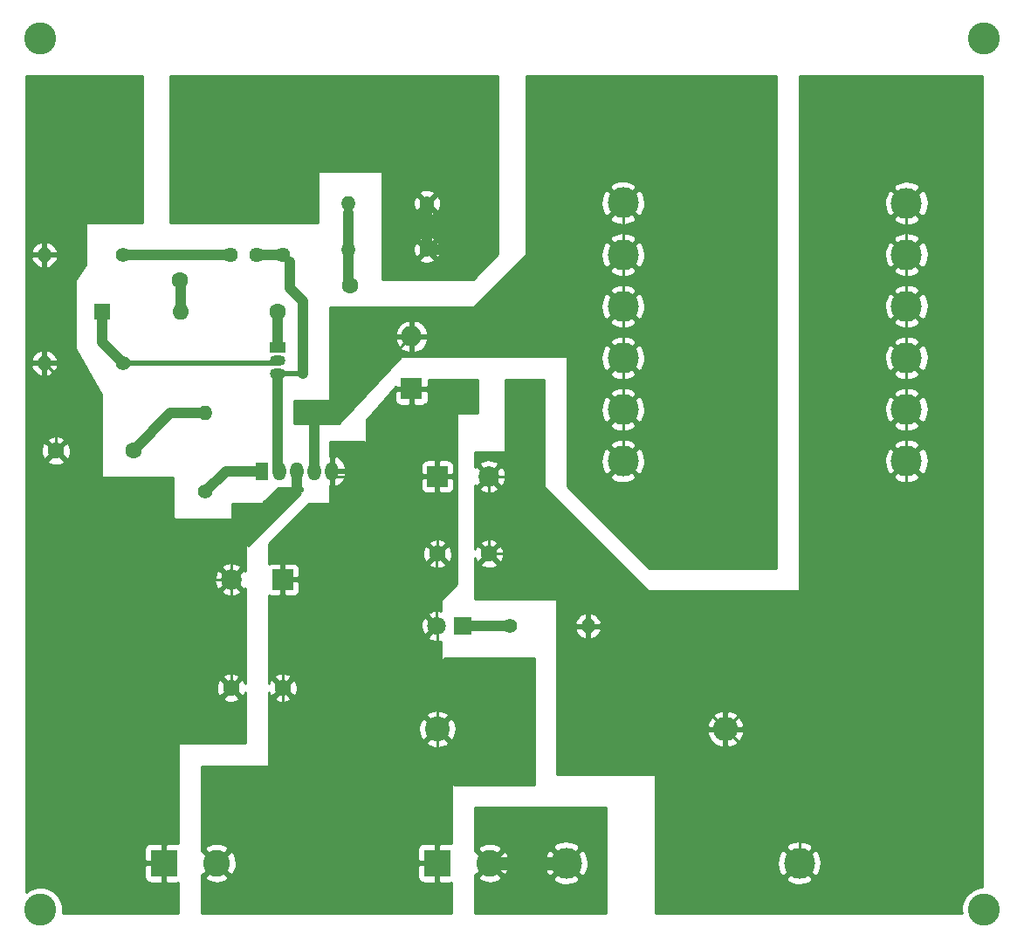
<source format=gbr>
G04 #@! TF.GenerationSoftware,KiCad,Pcbnew,5.1.3-ffb9f22~84~ubuntu16.04.1*
G04 #@! TF.CreationDate,2019-08-02T01:04:17-03:00*
G04 #@! TF.ProjectId,boost-30v-15v,626f6f73-742d-4333-9076-2d3135762e6b,rev?*
G04 #@! TF.SameCoordinates,Original*
G04 #@! TF.FileFunction,Copper,L2,Bot*
G04 #@! TF.FilePolarity,Positive*
%FSLAX46Y46*%
G04 Gerber Fmt 4.6, Leading zero omitted, Abs format (unit mm)*
G04 Created by KiCad (PCBNEW 5.1.3-ffb9f22~84~ubuntu16.04.1) date 2019-08-02 01:04:17*
%MOMM*%
%LPD*%
G04 APERTURE LIST*
%ADD10C,1.600000*%
%ADD11C,2.000000*%
%ADD12R,2.000000X2.000000*%
%ADD13O,2.000000X2.000000*%
%ADD14R,1.600000X1.600000*%
%ADD15O,1.600000X1.600000*%
%ADD16C,3.000000*%
%ADD17R,2.600000X2.600000*%
%ADD18C,2.600000*%
%ADD19O,1.500000X1.050000*%
%ADD20R,1.500000X1.050000*%
%ADD21C,1.400000*%
%ADD22O,1.400000X1.400000*%
%ADD23C,1.440000*%
%ADD24R,1.275000X1.800000*%
%ADD25O,1.275000X1.800000*%
%ADD26R,1.800000X1.800000*%
%ADD27C,1.800000*%
%ADD28C,2.400000*%
%ADD29O,2.400000X2.400000*%
%ADD30C,3.100000*%
%ADD31C,1.000000*%
%ADD32C,0.250000*%
%ADD33C,0.500000*%
%ADD34C,1.250000*%
%ADD35C,0.254000*%
G04 APERTURE END LIST*
D10*
X65500000Y-119000000D03*
X58000000Y-119000000D03*
D11*
X75000000Y-131500000D03*
D12*
X80000000Y-131500000D03*
D10*
X80000000Y-142000000D03*
X75000000Y-142000000D03*
D12*
X95000000Y-121500000D03*
D11*
X100000000Y-121500000D03*
D10*
X95000000Y-129000000D03*
X100000000Y-129000000D03*
D12*
X92500000Y-113000000D03*
D13*
X92500000Y-107920000D03*
D14*
X62500000Y-105500000D03*
D15*
X70120000Y-105500000D03*
D16*
X107500000Y-159000000D03*
X130100000Y-159000000D03*
D17*
X68500000Y-159000000D03*
D18*
X73580000Y-159000000D03*
X100080000Y-159000000D03*
D17*
X95000000Y-159000000D03*
D16*
X113000000Y-120000000D03*
X113000000Y-94950000D03*
X140500000Y-95000000D03*
X140500000Y-120000000D03*
X113000000Y-115000000D03*
X113000000Y-110000000D03*
X113000000Y-105000000D03*
X113000000Y-100000000D03*
X140500000Y-115000000D03*
X140500000Y-110000000D03*
X140500000Y-105000000D03*
X140500000Y-100000000D03*
D19*
X79500000Y-110270000D03*
X79500000Y-111540000D03*
D20*
X79500000Y-109000000D03*
D21*
X72500000Y-123000000D03*
D22*
X72500000Y-115380000D03*
X86380000Y-95000000D03*
D21*
X94000000Y-95000000D03*
D22*
X86380000Y-99500000D03*
D21*
X94000000Y-99500000D03*
X64500000Y-100000000D03*
D22*
X56880000Y-100000000D03*
D21*
X64500000Y-110500000D03*
D22*
X56880000Y-110500000D03*
D23*
X80000000Y-100000000D03*
X77460000Y-100000000D03*
X74920000Y-100000000D03*
D24*
X78000000Y-121000000D03*
D25*
X79700000Y-121000000D03*
X81400000Y-121000000D03*
X83100000Y-121000000D03*
X84800000Y-121000000D03*
D26*
X97500000Y-136000000D03*
D27*
X94960000Y-136000000D03*
D28*
X95000000Y-146000000D03*
D29*
X122940000Y-146000000D03*
D21*
X102000000Y-136000000D03*
D22*
X109620000Y-136000000D03*
D30*
X148000000Y-79000000D03*
X56500000Y-79000000D03*
X56500000Y-163500000D03*
X148000000Y-163500000D03*
D10*
X97500000Y-113000000D03*
X97500000Y-99500000D03*
X79500000Y-105500000D03*
X86500000Y-103000000D03*
X70000000Y-102500000D03*
X102500000Y-115000000D03*
X89000000Y-159000000D03*
X79000000Y-159000000D03*
X89500000Y-121000000D03*
X85000000Y-126500000D03*
X83500000Y-138000000D03*
X99000000Y-84500000D03*
X89500000Y-88500000D03*
D31*
X69120000Y-115380000D02*
X65500000Y-119000000D01*
X72500000Y-115380000D02*
X69120000Y-115380000D01*
D32*
X68500000Y-148500000D02*
X75000000Y-142000000D01*
X68500000Y-159000000D02*
X68500000Y-148500000D01*
X75000000Y-142000000D02*
X75000000Y-131500000D01*
X81400000Y-121262500D02*
X81400000Y-121000000D01*
X75000000Y-131500000D02*
X75000000Y-127400000D01*
X70500000Y-131500000D02*
X58000000Y-119000000D01*
X75000000Y-131500000D02*
X70500000Y-131500000D01*
X58000000Y-111620000D02*
X56880000Y-110500000D01*
X58000000Y-119000000D02*
X58000000Y-111620000D01*
X56880000Y-109510051D02*
X56880000Y-100000000D01*
X56880000Y-110500000D02*
X56880000Y-109510051D01*
D31*
X81400000Y-121000000D02*
X81400000Y-122400000D01*
D32*
X81400000Y-122400000D02*
X81300000Y-122500000D01*
X81400000Y-122400000D02*
X81100000Y-122400000D01*
X81100000Y-122400000D02*
X80500000Y-123000000D01*
X95000000Y-157450000D02*
X95000000Y-146000000D01*
X95000000Y-159000000D02*
X95000000Y-157450000D01*
X95000000Y-136040000D02*
X94960000Y-136000000D01*
X95000000Y-146000000D02*
X95000000Y-136040000D01*
X94960000Y-129040000D02*
X95000000Y-129000000D01*
X94960000Y-136000000D02*
X94960000Y-129040000D01*
X95000000Y-129000000D02*
X95000000Y-121500000D01*
X85300000Y-121500000D02*
X84800000Y-121000000D01*
X95000000Y-121500000D02*
X85300000Y-121500000D01*
X81250000Y-131500000D02*
X80000000Y-131500000D01*
X84800000Y-127950000D02*
X81250000Y-131500000D01*
X84800000Y-121000000D02*
X84800000Y-127950000D01*
X80000000Y-131500000D02*
X80000000Y-142000000D01*
X80000000Y-152580000D02*
X73580000Y-159000000D01*
X80000000Y-142000000D02*
X80000000Y-152580000D01*
D31*
X94000000Y-95000000D02*
X94000000Y-99500000D01*
D32*
X93750000Y-121500000D02*
X95000000Y-121500000D01*
X92500000Y-120250000D02*
X93750000Y-121500000D01*
X92500000Y-113000000D02*
X92500000Y-120250000D01*
X97500000Y-113000000D02*
X92500000Y-113000000D01*
D31*
X94000000Y-99500000D02*
X97500000Y-99500000D01*
D32*
X130100000Y-153160000D02*
X122940000Y-146000000D01*
X130100000Y-159000000D02*
X130100000Y-153160000D01*
X140500000Y-128440000D02*
X140500000Y-120000000D01*
X122940000Y-146000000D02*
X140500000Y-128440000D01*
X140500000Y-120000000D02*
X140500000Y-115000000D01*
X140500000Y-110000000D02*
X140500000Y-115000000D01*
X140500000Y-110000000D02*
X140500000Y-105000000D01*
X140500000Y-102878680D02*
X140500000Y-100000000D01*
X140500000Y-105000000D02*
X140500000Y-102878680D01*
X140500000Y-100000000D02*
X140500000Y-95000000D01*
X112940000Y-136000000D02*
X109620000Y-136000000D01*
X122940000Y-146000000D02*
X112940000Y-136000000D01*
X101131370Y-129000000D02*
X100000000Y-129000000D01*
X103609949Y-129000000D02*
X101131370Y-129000000D01*
X109620000Y-135010051D02*
X103609949Y-129000000D01*
X109620000Y-136000000D02*
X109620000Y-135010051D01*
X100000000Y-129000000D02*
X100000000Y-121500000D01*
X100000000Y-121500000D02*
X103000000Y-121500000D01*
X103000000Y-121500000D02*
X103000000Y-116500000D01*
X102868630Y-116500000D02*
X103000000Y-116500000D01*
X102500000Y-116131370D02*
X102868630Y-116500000D01*
X102500000Y-115000000D02*
X102500000Y-116131370D01*
X70120000Y-102620000D02*
X70000000Y-102500000D01*
D31*
X70120000Y-105500000D02*
X70120000Y-102620000D01*
X83100000Y-121000000D02*
X83100000Y-115320000D01*
D32*
X113000000Y-94950000D02*
X113000000Y-100000000D01*
X113000000Y-100000000D02*
X113000000Y-105000000D01*
X113000000Y-105000000D02*
X113000000Y-110000000D01*
X113000000Y-110000000D02*
X113000000Y-115000000D01*
X113000000Y-115000000D02*
X113000000Y-120000000D01*
X85100000Y-115320000D02*
X92500000Y-107920000D01*
X83100000Y-115320000D02*
X85100000Y-115320000D01*
X110080000Y-107920000D02*
X113000000Y-105000000D01*
X92500000Y-107920000D02*
X110080000Y-107920000D01*
D31*
X62500000Y-108500000D02*
X64500000Y-110500000D01*
X62500000Y-105500000D02*
X62500000Y-108500000D01*
D32*
X79270000Y-110500000D02*
X79500000Y-110270000D01*
D33*
X64500000Y-110500000D02*
X79270000Y-110500000D01*
D34*
X100080000Y-159000000D02*
X107500000Y-159000000D01*
D32*
X79500000Y-120800000D02*
X79700000Y-121000000D01*
D31*
X79500000Y-111540000D02*
X79500000Y-120800000D01*
X77460000Y-100000000D02*
X80000000Y-100000000D01*
D32*
X80719999Y-100719999D02*
X80000000Y-100000000D01*
D33*
X79500000Y-111540000D02*
X81960000Y-111540000D01*
D31*
X82000000Y-104518233D02*
X80719999Y-103238232D01*
X80719999Y-103238232D02*
X80719999Y-100719999D01*
D32*
X81960000Y-111540000D02*
X82000000Y-111500000D01*
D31*
X82000000Y-111500000D02*
X82000000Y-104518233D01*
X86380000Y-95989949D02*
X86380000Y-99500000D01*
D32*
X86380000Y-95000000D02*
X86380000Y-95989949D01*
D31*
X79500000Y-109000000D02*
X79500000Y-105500000D01*
D32*
X86380000Y-102880000D02*
X86500000Y-103000000D01*
D31*
X86380000Y-99500000D02*
X86380000Y-102880000D01*
X74500000Y-121000000D02*
X78000000Y-121000000D01*
X72500000Y-123000000D02*
X74500000Y-121000000D01*
X64500000Y-100000000D02*
X74920000Y-100000000D01*
X102000000Y-136000000D02*
X97500000Y-136000000D01*
D35*
G36*
X98873000Y-115373000D02*
G01*
X97000000Y-115373000D01*
X96975224Y-115375440D01*
X96951399Y-115382667D01*
X96929443Y-115394403D01*
X96910197Y-115410197D01*
X96894403Y-115429443D01*
X96882667Y-115451399D01*
X96875440Y-115475224D01*
X96873000Y-115500000D01*
X96873000Y-131947394D01*
X95410197Y-133410197D01*
X95394403Y-133429443D01*
X95382667Y-133451399D01*
X95375440Y-133475224D01*
X95373000Y-133500000D01*
X95373000Y-134521253D01*
X95195358Y-134475635D01*
X94893447Y-134459009D01*
X94594093Y-134501603D01*
X94308801Y-134601778D01*
X94159208Y-134681739D01*
X94075525Y-134935920D01*
X94960000Y-135820395D01*
X94974143Y-135806253D01*
X95153748Y-135985858D01*
X95139605Y-136000000D01*
X95153748Y-136014143D01*
X94974143Y-136193748D01*
X94960000Y-136179605D01*
X94075525Y-137064080D01*
X94159208Y-137318261D01*
X94431775Y-137449158D01*
X94724642Y-137524365D01*
X95026553Y-137540991D01*
X95325907Y-137498397D01*
X95373000Y-137481861D01*
X95373000Y-139000000D01*
X95375440Y-139024776D01*
X95379517Y-139040161D01*
X96373000Y-142020610D01*
X96373000Y-144941617D01*
X96277980Y-144901626D01*
X95179605Y-146000000D01*
X96277980Y-147098374D01*
X96373000Y-147058383D01*
X96373000Y-157069118D01*
X96300000Y-157061928D01*
X95285750Y-157065000D01*
X95127000Y-157223750D01*
X95127000Y-158873000D01*
X95147000Y-158873000D01*
X95147000Y-159127000D01*
X95127000Y-159127000D01*
X95127000Y-160776250D01*
X95285750Y-160935000D01*
X96300000Y-160938072D01*
X96373000Y-160930882D01*
X96373000Y-163873000D01*
X72127000Y-163873000D01*
X72127000Y-160349224D01*
X72410381Y-160349224D01*
X72542317Y-160644312D01*
X72883045Y-160815159D01*
X73250557Y-160916250D01*
X73630729Y-160943701D01*
X74008951Y-160896457D01*
X74370690Y-160776333D01*
X74617683Y-160644312D01*
X74749619Y-160349224D01*
X74700395Y-160300000D01*
X93061928Y-160300000D01*
X93074188Y-160424482D01*
X93110498Y-160544180D01*
X93169463Y-160654494D01*
X93248815Y-160751185D01*
X93345506Y-160830537D01*
X93455820Y-160889502D01*
X93575518Y-160925812D01*
X93700000Y-160938072D01*
X94714250Y-160935000D01*
X94873000Y-160776250D01*
X94873000Y-159127000D01*
X93223750Y-159127000D01*
X93065000Y-159285750D01*
X93061928Y-160300000D01*
X74700395Y-160300000D01*
X73580000Y-159179605D01*
X72410381Y-160349224D01*
X72127000Y-160349224D01*
X72127000Y-160123220D01*
X72230776Y-160169619D01*
X73400395Y-159000000D01*
X73759605Y-159000000D01*
X74929224Y-160169619D01*
X75224312Y-160037683D01*
X75395159Y-159696955D01*
X75496250Y-159329443D01*
X75523701Y-158949271D01*
X75476457Y-158571049D01*
X75356333Y-158209310D01*
X75224312Y-157962317D01*
X74929224Y-157830381D01*
X73759605Y-159000000D01*
X73400395Y-159000000D01*
X72230776Y-157830381D01*
X72127000Y-157876780D01*
X72127000Y-157650776D01*
X72410381Y-157650776D01*
X73580000Y-158820395D01*
X74700395Y-157700000D01*
X93061928Y-157700000D01*
X93065000Y-158714250D01*
X93223750Y-158873000D01*
X94873000Y-158873000D01*
X94873000Y-157223750D01*
X94714250Y-157065000D01*
X93700000Y-157061928D01*
X93575518Y-157074188D01*
X93455820Y-157110498D01*
X93345506Y-157169463D01*
X93248815Y-157248815D01*
X93169463Y-157345506D01*
X93110498Y-157455820D01*
X93074188Y-157575518D01*
X93061928Y-157700000D01*
X74700395Y-157700000D01*
X74749619Y-157650776D01*
X74617683Y-157355688D01*
X74276955Y-157184841D01*
X73909443Y-157083750D01*
X73529271Y-157056299D01*
X73151049Y-157103543D01*
X72789310Y-157223667D01*
X72542317Y-157355688D01*
X72410381Y-157650776D01*
X72127000Y-157650776D01*
X72127000Y-149627000D01*
X78500000Y-149627000D01*
X78524776Y-149624560D01*
X78548601Y-149617333D01*
X78570557Y-149605597D01*
X78589803Y-149589803D01*
X78605597Y-149570557D01*
X78617333Y-149548601D01*
X78624560Y-149524776D01*
X78627000Y-149500000D01*
X78627000Y-147277980D01*
X93901626Y-147277980D01*
X94021514Y-147562836D01*
X94345210Y-147723699D01*
X94694069Y-147818322D01*
X95054684Y-147843067D01*
X95413198Y-147796985D01*
X95755833Y-147681846D01*
X95978486Y-147562836D01*
X96098374Y-147277980D01*
X95000000Y-146179605D01*
X93901626Y-147277980D01*
X78627000Y-147277980D01*
X78627000Y-146054684D01*
X93156933Y-146054684D01*
X93203015Y-146413198D01*
X93318154Y-146755833D01*
X93437164Y-146978486D01*
X93722020Y-147098374D01*
X94820395Y-146000000D01*
X93722020Y-144901626D01*
X93437164Y-145021514D01*
X93276301Y-145345210D01*
X93181678Y-145694069D01*
X93156933Y-146054684D01*
X78627000Y-146054684D01*
X78627000Y-144722020D01*
X93901626Y-144722020D01*
X95000000Y-145820395D01*
X96098374Y-144722020D01*
X95978486Y-144437164D01*
X95654790Y-144276301D01*
X95305931Y-144181678D01*
X94945316Y-144156933D01*
X94586802Y-144203015D01*
X94244167Y-144318154D01*
X94021514Y-144437164D01*
X93901626Y-144722020D01*
X78627000Y-144722020D01*
X78627000Y-142992702D01*
X79186903Y-142992702D01*
X79258486Y-143236671D01*
X79513996Y-143357571D01*
X79788184Y-143426300D01*
X80070512Y-143440217D01*
X80350130Y-143398787D01*
X80616292Y-143303603D01*
X80741514Y-143236671D01*
X80813097Y-142992702D01*
X80000000Y-142179605D01*
X79186903Y-142992702D01*
X78627000Y-142992702D01*
X78627000Y-142422238D01*
X78696397Y-142616292D01*
X78763329Y-142741514D01*
X79007298Y-142813097D01*
X79820395Y-142000000D01*
X80179605Y-142000000D01*
X80992702Y-142813097D01*
X81236671Y-142741514D01*
X81357571Y-142486004D01*
X81426300Y-142211816D01*
X81440217Y-141929488D01*
X81398787Y-141649870D01*
X81303603Y-141383708D01*
X81236671Y-141258486D01*
X80992702Y-141186903D01*
X80179605Y-142000000D01*
X79820395Y-142000000D01*
X79007298Y-141186903D01*
X78763329Y-141258486D01*
X78642429Y-141513996D01*
X78627000Y-141575549D01*
X78627000Y-141007298D01*
X79186903Y-141007298D01*
X80000000Y-141820395D01*
X80813097Y-141007298D01*
X80741514Y-140763329D01*
X80486004Y-140642429D01*
X80211816Y-140573700D01*
X79929488Y-140559783D01*
X79649870Y-140601213D01*
X79383708Y-140696397D01*
X79258486Y-140763329D01*
X79186903Y-141007298D01*
X78627000Y-141007298D01*
X78627000Y-136066553D01*
X93419009Y-136066553D01*
X93461603Y-136365907D01*
X93561778Y-136651199D01*
X93641739Y-136800792D01*
X93895920Y-136884475D01*
X94780395Y-136000000D01*
X93895920Y-135115525D01*
X93641739Y-135199208D01*
X93510842Y-135471775D01*
X93435635Y-135764642D01*
X93419009Y-136066553D01*
X78627000Y-136066553D01*
X78627000Y-133015350D01*
X78645506Y-133030537D01*
X78755820Y-133089502D01*
X78875518Y-133125812D01*
X79000000Y-133138072D01*
X79714250Y-133135000D01*
X79873000Y-132976250D01*
X79873000Y-131627000D01*
X80127000Y-131627000D01*
X80127000Y-132976250D01*
X80285750Y-133135000D01*
X81000000Y-133138072D01*
X81124482Y-133125812D01*
X81244180Y-133089502D01*
X81354494Y-133030537D01*
X81451185Y-132951185D01*
X81530537Y-132854494D01*
X81589502Y-132744180D01*
X81625812Y-132624482D01*
X81638072Y-132500000D01*
X81635000Y-131785750D01*
X81476250Y-131627000D01*
X80127000Y-131627000D01*
X79873000Y-131627000D01*
X79853000Y-131627000D01*
X79853000Y-131373000D01*
X79873000Y-131373000D01*
X79873000Y-130023750D01*
X80127000Y-130023750D01*
X80127000Y-131373000D01*
X81476250Y-131373000D01*
X81635000Y-131214250D01*
X81638072Y-130500000D01*
X81625812Y-130375518D01*
X81589502Y-130255820D01*
X81530537Y-130145506D01*
X81451185Y-130048815D01*
X81382811Y-129992702D01*
X94186903Y-129992702D01*
X94258486Y-130236671D01*
X94513996Y-130357571D01*
X94788184Y-130426300D01*
X95070512Y-130440217D01*
X95350130Y-130398787D01*
X95616292Y-130303603D01*
X95741514Y-130236671D01*
X95813097Y-129992702D01*
X95000000Y-129179605D01*
X94186903Y-129992702D01*
X81382811Y-129992702D01*
X81354494Y-129969463D01*
X81244180Y-129910498D01*
X81124482Y-129874188D01*
X81000000Y-129861928D01*
X80285750Y-129865000D01*
X80127000Y-130023750D01*
X79873000Y-130023750D01*
X79714250Y-129865000D01*
X79000000Y-129861928D01*
X78875518Y-129874188D01*
X78755820Y-129910498D01*
X78645506Y-129969463D01*
X78627000Y-129984650D01*
X78627000Y-129070512D01*
X93559783Y-129070512D01*
X93601213Y-129350130D01*
X93696397Y-129616292D01*
X93763329Y-129741514D01*
X94007298Y-129813097D01*
X94820395Y-129000000D01*
X95179605Y-129000000D01*
X95992702Y-129813097D01*
X96236671Y-129741514D01*
X96357571Y-129486004D01*
X96426300Y-129211816D01*
X96440217Y-128929488D01*
X96398787Y-128649870D01*
X96303603Y-128383708D01*
X96236671Y-128258486D01*
X95992702Y-128186903D01*
X95179605Y-129000000D01*
X94820395Y-129000000D01*
X94007298Y-128186903D01*
X93763329Y-128258486D01*
X93642429Y-128513996D01*
X93573700Y-128788184D01*
X93559783Y-129070512D01*
X78627000Y-129070512D01*
X78627000Y-128052606D01*
X78672308Y-128007298D01*
X94186903Y-128007298D01*
X95000000Y-128820395D01*
X95813097Y-128007298D01*
X95741514Y-127763329D01*
X95486004Y-127642429D01*
X95211816Y-127573700D01*
X94929488Y-127559783D01*
X94649870Y-127601213D01*
X94383708Y-127696397D01*
X94258486Y-127763329D01*
X94186903Y-128007298D01*
X78672308Y-128007298D01*
X82552606Y-124127000D01*
X84500000Y-124127000D01*
X84524776Y-124124560D01*
X84548601Y-124117333D01*
X84570557Y-124105597D01*
X84589803Y-124089803D01*
X84605597Y-124070557D01*
X84617333Y-124048601D01*
X84624560Y-124024776D01*
X84627000Y-124000000D01*
X84627000Y-122500000D01*
X93361928Y-122500000D01*
X93374188Y-122624482D01*
X93410498Y-122744180D01*
X93469463Y-122854494D01*
X93548815Y-122951185D01*
X93645506Y-123030537D01*
X93755820Y-123089502D01*
X93875518Y-123125812D01*
X94000000Y-123138072D01*
X94714250Y-123135000D01*
X94873000Y-122976250D01*
X94873000Y-121627000D01*
X95127000Y-121627000D01*
X95127000Y-122976250D01*
X95285750Y-123135000D01*
X96000000Y-123138072D01*
X96124482Y-123125812D01*
X96244180Y-123089502D01*
X96354494Y-123030537D01*
X96451185Y-122951185D01*
X96530537Y-122854494D01*
X96589502Y-122744180D01*
X96625812Y-122624482D01*
X96638072Y-122500000D01*
X96635000Y-121785750D01*
X96476250Y-121627000D01*
X95127000Y-121627000D01*
X94873000Y-121627000D01*
X93523750Y-121627000D01*
X93365000Y-121785750D01*
X93361928Y-122500000D01*
X84627000Y-122500000D01*
X84627000Y-122398060D01*
X84673000Y-122368985D01*
X84673000Y-121127000D01*
X84927000Y-121127000D01*
X84927000Y-122368985D01*
X85123505Y-122493191D01*
X85169633Y-122486737D01*
X85401367Y-122391102D01*
X85609991Y-122252095D01*
X85787488Y-122075059D01*
X85927036Y-121866797D01*
X86023273Y-121635312D01*
X86072500Y-121389500D01*
X86072500Y-121127000D01*
X84927000Y-121127000D01*
X84673000Y-121127000D01*
X84653000Y-121127000D01*
X84653000Y-120873000D01*
X84673000Y-120873000D01*
X84673000Y-120853000D01*
X84927000Y-120853000D01*
X84927000Y-120873000D01*
X86072500Y-120873000D01*
X86072500Y-120610500D01*
X86050371Y-120500000D01*
X93361928Y-120500000D01*
X93365000Y-121214250D01*
X93523750Y-121373000D01*
X94873000Y-121373000D01*
X94873000Y-120023750D01*
X95127000Y-120023750D01*
X95127000Y-121373000D01*
X96476250Y-121373000D01*
X96635000Y-121214250D01*
X96638072Y-120500000D01*
X96625812Y-120375518D01*
X96589502Y-120255820D01*
X96530537Y-120145506D01*
X96451185Y-120048815D01*
X96354494Y-119969463D01*
X96244180Y-119910498D01*
X96124482Y-119874188D01*
X96000000Y-119861928D01*
X95285750Y-119865000D01*
X95127000Y-120023750D01*
X94873000Y-120023750D01*
X94714250Y-119865000D01*
X94000000Y-119861928D01*
X93875518Y-119874188D01*
X93755820Y-119910498D01*
X93645506Y-119969463D01*
X93548815Y-120048815D01*
X93469463Y-120145506D01*
X93410498Y-120255820D01*
X93374188Y-120375518D01*
X93361928Y-120500000D01*
X86050371Y-120500000D01*
X86023273Y-120364688D01*
X85927036Y-120133203D01*
X85787488Y-119924941D01*
X85609991Y-119747905D01*
X85428535Y-119627000D01*
X88000000Y-119627000D01*
X88024776Y-119624560D01*
X88048601Y-119617333D01*
X88070557Y-119605597D01*
X88089803Y-119589803D01*
X88105597Y-119570557D01*
X88117333Y-119548601D01*
X88124560Y-119524776D01*
X88127000Y-119500000D01*
X88127000Y-116047718D01*
X89918753Y-114000000D01*
X90861928Y-114000000D01*
X90874188Y-114124482D01*
X90910498Y-114244180D01*
X90969463Y-114354494D01*
X91048815Y-114451185D01*
X91145506Y-114530537D01*
X91255820Y-114589502D01*
X91375518Y-114625812D01*
X91500000Y-114638072D01*
X92214250Y-114635000D01*
X92373000Y-114476250D01*
X92373000Y-113127000D01*
X92627000Y-113127000D01*
X92627000Y-114476250D01*
X92785750Y-114635000D01*
X93500000Y-114638072D01*
X93624482Y-114625812D01*
X93744180Y-114589502D01*
X93854494Y-114530537D01*
X93951185Y-114451185D01*
X94030537Y-114354494D01*
X94089502Y-114244180D01*
X94125812Y-114124482D01*
X94138072Y-114000000D01*
X94135000Y-113285750D01*
X93976250Y-113127000D01*
X92627000Y-113127000D01*
X92373000Y-113127000D01*
X91023750Y-113127000D01*
X90865000Y-113285750D01*
X90861928Y-114000000D01*
X89918753Y-114000000D01*
X90960352Y-112809602D01*
X91023750Y-112873000D01*
X92373000Y-112873000D01*
X92373000Y-112853000D01*
X92627000Y-112853000D01*
X92627000Y-112873000D01*
X93976250Y-112873000D01*
X94135000Y-112714250D01*
X94137526Y-112127000D01*
X98873000Y-112127000D01*
X98873000Y-115373000D01*
X98873000Y-115373000D01*
G37*
X98873000Y-115373000D02*
X97000000Y-115373000D01*
X96975224Y-115375440D01*
X96951399Y-115382667D01*
X96929443Y-115394403D01*
X96910197Y-115410197D01*
X96894403Y-115429443D01*
X96882667Y-115451399D01*
X96875440Y-115475224D01*
X96873000Y-115500000D01*
X96873000Y-131947394D01*
X95410197Y-133410197D01*
X95394403Y-133429443D01*
X95382667Y-133451399D01*
X95375440Y-133475224D01*
X95373000Y-133500000D01*
X95373000Y-134521253D01*
X95195358Y-134475635D01*
X94893447Y-134459009D01*
X94594093Y-134501603D01*
X94308801Y-134601778D01*
X94159208Y-134681739D01*
X94075525Y-134935920D01*
X94960000Y-135820395D01*
X94974143Y-135806253D01*
X95153748Y-135985858D01*
X95139605Y-136000000D01*
X95153748Y-136014143D01*
X94974143Y-136193748D01*
X94960000Y-136179605D01*
X94075525Y-137064080D01*
X94159208Y-137318261D01*
X94431775Y-137449158D01*
X94724642Y-137524365D01*
X95026553Y-137540991D01*
X95325907Y-137498397D01*
X95373000Y-137481861D01*
X95373000Y-139000000D01*
X95375440Y-139024776D01*
X95379517Y-139040161D01*
X96373000Y-142020610D01*
X96373000Y-144941617D01*
X96277980Y-144901626D01*
X95179605Y-146000000D01*
X96277980Y-147098374D01*
X96373000Y-147058383D01*
X96373000Y-157069118D01*
X96300000Y-157061928D01*
X95285750Y-157065000D01*
X95127000Y-157223750D01*
X95127000Y-158873000D01*
X95147000Y-158873000D01*
X95147000Y-159127000D01*
X95127000Y-159127000D01*
X95127000Y-160776250D01*
X95285750Y-160935000D01*
X96300000Y-160938072D01*
X96373000Y-160930882D01*
X96373000Y-163873000D01*
X72127000Y-163873000D01*
X72127000Y-160349224D01*
X72410381Y-160349224D01*
X72542317Y-160644312D01*
X72883045Y-160815159D01*
X73250557Y-160916250D01*
X73630729Y-160943701D01*
X74008951Y-160896457D01*
X74370690Y-160776333D01*
X74617683Y-160644312D01*
X74749619Y-160349224D01*
X74700395Y-160300000D01*
X93061928Y-160300000D01*
X93074188Y-160424482D01*
X93110498Y-160544180D01*
X93169463Y-160654494D01*
X93248815Y-160751185D01*
X93345506Y-160830537D01*
X93455820Y-160889502D01*
X93575518Y-160925812D01*
X93700000Y-160938072D01*
X94714250Y-160935000D01*
X94873000Y-160776250D01*
X94873000Y-159127000D01*
X93223750Y-159127000D01*
X93065000Y-159285750D01*
X93061928Y-160300000D01*
X74700395Y-160300000D01*
X73580000Y-159179605D01*
X72410381Y-160349224D01*
X72127000Y-160349224D01*
X72127000Y-160123220D01*
X72230776Y-160169619D01*
X73400395Y-159000000D01*
X73759605Y-159000000D01*
X74929224Y-160169619D01*
X75224312Y-160037683D01*
X75395159Y-159696955D01*
X75496250Y-159329443D01*
X75523701Y-158949271D01*
X75476457Y-158571049D01*
X75356333Y-158209310D01*
X75224312Y-157962317D01*
X74929224Y-157830381D01*
X73759605Y-159000000D01*
X73400395Y-159000000D01*
X72230776Y-157830381D01*
X72127000Y-157876780D01*
X72127000Y-157650776D01*
X72410381Y-157650776D01*
X73580000Y-158820395D01*
X74700395Y-157700000D01*
X93061928Y-157700000D01*
X93065000Y-158714250D01*
X93223750Y-158873000D01*
X94873000Y-158873000D01*
X94873000Y-157223750D01*
X94714250Y-157065000D01*
X93700000Y-157061928D01*
X93575518Y-157074188D01*
X93455820Y-157110498D01*
X93345506Y-157169463D01*
X93248815Y-157248815D01*
X93169463Y-157345506D01*
X93110498Y-157455820D01*
X93074188Y-157575518D01*
X93061928Y-157700000D01*
X74700395Y-157700000D01*
X74749619Y-157650776D01*
X74617683Y-157355688D01*
X74276955Y-157184841D01*
X73909443Y-157083750D01*
X73529271Y-157056299D01*
X73151049Y-157103543D01*
X72789310Y-157223667D01*
X72542317Y-157355688D01*
X72410381Y-157650776D01*
X72127000Y-157650776D01*
X72127000Y-149627000D01*
X78500000Y-149627000D01*
X78524776Y-149624560D01*
X78548601Y-149617333D01*
X78570557Y-149605597D01*
X78589803Y-149589803D01*
X78605597Y-149570557D01*
X78617333Y-149548601D01*
X78624560Y-149524776D01*
X78627000Y-149500000D01*
X78627000Y-147277980D01*
X93901626Y-147277980D01*
X94021514Y-147562836D01*
X94345210Y-147723699D01*
X94694069Y-147818322D01*
X95054684Y-147843067D01*
X95413198Y-147796985D01*
X95755833Y-147681846D01*
X95978486Y-147562836D01*
X96098374Y-147277980D01*
X95000000Y-146179605D01*
X93901626Y-147277980D01*
X78627000Y-147277980D01*
X78627000Y-146054684D01*
X93156933Y-146054684D01*
X93203015Y-146413198D01*
X93318154Y-146755833D01*
X93437164Y-146978486D01*
X93722020Y-147098374D01*
X94820395Y-146000000D01*
X93722020Y-144901626D01*
X93437164Y-145021514D01*
X93276301Y-145345210D01*
X93181678Y-145694069D01*
X93156933Y-146054684D01*
X78627000Y-146054684D01*
X78627000Y-144722020D01*
X93901626Y-144722020D01*
X95000000Y-145820395D01*
X96098374Y-144722020D01*
X95978486Y-144437164D01*
X95654790Y-144276301D01*
X95305931Y-144181678D01*
X94945316Y-144156933D01*
X94586802Y-144203015D01*
X94244167Y-144318154D01*
X94021514Y-144437164D01*
X93901626Y-144722020D01*
X78627000Y-144722020D01*
X78627000Y-142992702D01*
X79186903Y-142992702D01*
X79258486Y-143236671D01*
X79513996Y-143357571D01*
X79788184Y-143426300D01*
X80070512Y-143440217D01*
X80350130Y-143398787D01*
X80616292Y-143303603D01*
X80741514Y-143236671D01*
X80813097Y-142992702D01*
X80000000Y-142179605D01*
X79186903Y-142992702D01*
X78627000Y-142992702D01*
X78627000Y-142422238D01*
X78696397Y-142616292D01*
X78763329Y-142741514D01*
X79007298Y-142813097D01*
X79820395Y-142000000D01*
X80179605Y-142000000D01*
X80992702Y-142813097D01*
X81236671Y-142741514D01*
X81357571Y-142486004D01*
X81426300Y-142211816D01*
X81440217Y-141929488D01*
X81398787Y-141649870D01*
X81303603Y-141383708D01*
X81236671Y-141258486D01*
X80992702Y-141186903D01*
X80179605Y-142000000D01*
X79820395Y-142000000D01*
X79007298Y-141186903D01*
X78763329Y-141258486D01*
X78642429Y-141513996D01*
X78627000Y-141575549D01*
X78627000Y-141007298D01*
X79186903Y-141007298D01*
X80000000Y-141820395D01*
X80813097Y-141007298D01*
X80741514Y-140763329D01*
X80486004Y-140642429D01*
X80211816Y-140573700D01*
X79929488Y-140559783D01*
X79649870Y-140601213D01*
X79383708Y-140696397D01*
X79258486Y-140763329D01*
X79186903Y-141007298D01*
X78627000Y-141007298D01*
X78627000Y-136066553D01*
X93419009Y-136066553D01*
X93461603Y-136365907D01*
X93561778Y-136651199D01*
X93641739Y-136800792D01*
X93895920Y-136884475D01*
X94780395Y-136000000D01*
X93895920Y-135115525D01*
X93641739Y-135199208D01*
X93510842Y-135471775D01*
X93435635Y-135764642D01*
X93419009Y-136066553D01*
X78627000Y-136066553D01*
X78627000Y-133015350D01*
X78645506Y-133030537D01*
X78755820Y-133089502D01*
X78875518Y-133125812D01*
X79000000Y-133138072D01*
X79714250Y-133135000D01*
X79873000Y-132976250D01*
X79873000Y-131627000D01*
X80127000Y-131627000D01*
X80127000Y-132976250D01*
X80285750Y-133135000D01*
X81000000Y-133138072D01*
X81124482Y-133125812D01*
X81244180Y-133089502D01*
X81354494Y-133030537D01*
X81451185Y-132951185D01*
X81530537Y-132854494D01*
X81589502Y-132744180D01*
X81625812Y-132624482D01*
X81638072Y-132500000D01*
X81635000Y-131785750D01*
X81476250Y-131627000D01*
X80127000Y-131627000D01*
X79873000Y-131627000D01*
X79853000Y-131627000D01*
X79853000Y-131373000D01*
X79873000Y-131373000D01*
X79873000Y-130023750D01*
X80127000Y-130023750D01*
X80127000Y-131373000D01*
X81476250Y-131373000D01*
X81635000Y-131214250D01*
X81638072Y-130500000D01*
X81625812Y-130375518D01*
X81589502Y-130255820D01*
X81530537Y-130145506D01*
X81451185Y-130048815D01*
X81382811Y-129992702D01*
X94186903Y-129992702D01*
X94258486Y-130236671D01*
X94513996Y-130357571D01*
X94788184Y-130426300D01*
X95070512Y-130440217D01*
X95350130Y-130398787D01*
X95616292Y-130303603D01*
X95741514Y-130236671D01*
X95813097Y-129992702D01*
X95000000Y-129179605D01*
X94186903Y-129992702D01*
X81382811Y-129992702D01*
X81354494Y-129969463D01*
X81244180Y-129910498D01*
X81124482Y-129874188D01*
X81000000Y-129861928D01*
X80285750Y-129865000D01*
X80127000Y-130023750D01*
X79873000Y-130023750D01*
X79714250Y-129865000D01*
X79000000Y-129861928D01*
X78875518Y-129874188D01*
X78755820Y-129910498D01*
X78645506Y-129969463D01*
X78627000Y-129984650D01*
X78627000Y-129070512D01*
X93559783Y-129070512D01*
X93601213Y-129350130D01*
X93696397Y-129616292D01*
X93763329Y-129741514D01*
X94007298Y-129813097D01*
X94820395Y-129000000D01*
X95179605Y-129000000D01*
X95992702Y-129813097D01*
X96236671Y-129741514D01*
X96357571Y-129486004D01*
X96426300Y-129211816D01*
X96440217Y-128929488D01*
X96398787Y-128649870D01*
X96303603Y-128383708D01*
X96236671Y-128258486D01*
X95992702Y-128186903D01*
X95179605Y-129000000D01*
X94820395Y-129000000D01*
X94007298Y-128186903D01*
X93763329Y-128258486D01*
X93642429Y-128513996D01*
X93573700Y-128788184D01*
X93559783Y-129070512D01*
X78627000Y-129070512D01*
X78627000Y-128052606D01*
X78672308Y-128007298D01*
X94186903Y-128007298D01*
X95000000Y-128820395D01*
X95813097Y-128007298D01*
X95741514Y-127763329D01*
X95486004Y-127642429D01*
X95211816Y-127573700D01*
X94929488Y-127559783D01*
X94649870Y-127601213D01*
X94383708Y-127696397D01*
X94258486Y-127763329D01*
X94186903Y-128007298D01*
X78672308Y-128007298D01*
X82552606Y-124127000D01*
X84500000Y-124127000D01*
X84524776Y-124124560D01*
X84548601Y-124117333D01*
X84570557Y-124105597D01*
X84589803Y-124089803D01*
X84605597Y-124070557D01*
X84617333Y-124048601D01*
X84624560Y-124024776D01*
X84627000Y-124000000D01*
X84627000Y-122500000D01*
X93361928Y-122500000D01*
X93374188Y-122624482D01*
X93410498Y-122744180D01*
X93469463Y-122854494D01*
X93548815Y-122951185D01*
X93645506Y-123030537D01*
X93755820Y-123089502D01*
X93875518Y-123125812D01*
X94000000Y-123138072D01*
X94714250Y-123135000D01*
X94873000Y-122976250D01*
X94873000Y-121627000D01*
X95127000Y-121627000D01*
X95127000Y-122976250D01*
X95285750Y-123135000D01*
X96000000Y-123138072D01*
X96124482Y-123125812D01*
X96244180Y-123089502D01*
X96354494Y-123030537D01*
X96451185Y-122951185D01*
X96530537Y-122854494D01*
X96589502Y-122744180D01*
X96625812Y-122624482D01*
X96638072Y-122500000D01*
X96635000Y-121785750D01*
X96476250Y-121627000D01*
X95127000Y-121627000D01*
X94873000Y-121627000D01*
X93523750Y-121627000D01*
X93365000Y-121785750D01*
X93361928Y-122500000D01*
X84627000Y-122500000D01*
X84627000Y-122398060D01*
X84673000Y-122368985D01*
X84673000Y-121127000D01*
X84927000Y-121127000D01*
X84927000Y-122368985D01*
X85123505Y-122493191D01*
X85169633Y-122486737D01*
X85401367Y-122391102D01*
X85609991Y-122252095D01*
X85787488Y-122075059D01*
X85927036Y-121866797D01*
X86023273Y-121635312D01*
X86072500Y-121389500D01*
X86072500Y-121127000D01*
X84927000Y-121127000D01*
X84673000Y-121127000D01*
X84653000Y-121127000D01*
X84653000Y-120873000D01*
X84673000Y-120873000D01*
X84673000Y-120853000D01*
X84927000Y-120853000D01*
X84927000Y-120873000D01*
X86072500Y-120873000D01*
X86072500Y-120610500D01*
X86050371Y-120500000D01*
X93361928Y-120500000D01*
X93365000Y-121214250D01*
X93523750Y-121373000D01*
X94873000Y-121373000D01*
X94873000Y-120023750D01*
X95127000Y-120023750D01*
X95127000Y-121373000D01*
X96476250Y-121373000D01*
X96635000Y-121214250D01*
X96638072Y-120500000D01*
X96625812Y-120375518D01*
X96589502Y-120255820D01*
X96530537Y-120145506D01*
X96451185Y-120048815D01*
X96354494Y-119969463D01*
X96244180Y-119910498D01*
X96124482Y-119874188D01*
X96000000Y-119861928D01*
X95285750Y-119865000D01*
X95127000Y-120023750D01*
X94873000Y-120023750D01*
X94714250Y-119865000D01*
X94000000Y-119861928D01*
X93875518Y-119874188D01*
X93755820Y-119910498D01*
X93645506Y-119969463D01*
X93548815Y-120048815D01*
X93469463Y-120145506D01*
X93410498Y-120255820D01*
X93374188Y-120375518D01*
X93361928Y-120500000D01*
X86050371Y-120500000D01*
X86023273Y-120364688D01*
X85927036Y-120133203D01*
X85787488Y-119924941D01*
X85609991Y-119747905D01*
X85428535Y-119627000D01*
X88000000Y-119627000D01*
X88024776Y-119624560D01*
X88048601Y-119617333D01*
X88070557Y-119605597D01*
X88089803Y-119589803D01*
X88105597Y-119570557D01*
X88117333Y-119548601D01*
X88124560Y-119524776D01*
X88127000Y-119500000D01*
X88127000Y-116047718D01*
X89918753Y-114000000D01*
X90861928Y-114000000D01*
X90874188Y-114124482D01*
X90910498Y-114244180D01*
X90969463Y-114354494D01*
X91048815Y-114451185D01*
X91145506Y-114530537D01*
X91255820Y-114589502D01*
X91375518Y-114625812D01*
X91500000Y-114638072D01*
X92214250Y-114635000D01*
X92373000Y-114476250D01*
X92373000Y-113127000D01*
X92627000Y-113127000D01*
X92627000Y-114476250D01*
X92785750Y-114635000D01*
X93500000Y-114638072D01*
X93624482Y-114625812D01*
X93744180Y-114589502D01*
X93854494Y-114530537D01*
X93951185Y-114451185D01*
X94030537Y-114354494D01*
X94089502Y-114244180D01*
X94125812Y-114124482D01*
X94138072Y-114000000D01*
X94135000Y-113285750D01*
X93976250Y-113127000D01*
X92627000Y-113127000D01*
X92373000Y-113127000D01*
X91023750Y-113127000D01*
X90865000Y-113285750D01*
X90861928Y-114000000D01*
X89918753Y-114000000D01*
X90960352Y-112809602D01*
X91023750Y-112873000D01*
X92373000Y-112873000D01*
X92373000Y-112853000D01*
X92627000Y-112853000D01*
X92627000Y-112873000D01*
X93976250Y-112873000D01*
X94135000Y-112714250D01*
X94137526Y-112127000D01*
X98873000Y-112127000D01*
X98873000Y-115373000D01*
G36*
X84672998Y-119631014D02*
G01*
X84666648Y-119627000D01*
X84672998Y-119627000D01*
X84672998Y-119631014D01*
X84672998Y-119631014D01*
G37*
X84672998Y-119631014D02*
X84666648Y-119627000D01*
X84672998Y-119627000D01*
X84672998Y-119631014D01*
G36*
X84927002Y-119631014D02*
G01*
X84927002Y-119627000D01*
X84933352Y-119627000D01*
X84927002Y-119631014D01*
X84927002Y-119631014D01*
G37*
X84927002Y-119631014D02*
X84927002Y-119627000D01*
X84933352Y-119627000D01*
X84927002Y-119631014D01*
G36*
X87873000Y-122373000D02*
G01*
X85428535Y-122373000D01*
X85609991Y-122252095D01*
X85787488Y-122075059D01*
X85927036Y-121866797D01*
X86023273Y-121635312D01*
X86072500Y-121389500D01*
X86072500Y-121127000D01*
X84927000Y-121127000D01*
X84927000Y-121147000D01*
X84673000Y-121147000D01*
X84673000Y-121127000D01*
X84653000Y-121127000D01*
X84653000Y-120873000D01*
X84673000Y-120873000D01*
X84673000Y-119631015D01*
X84927000Y-119631015D01*
X84927000Y-120873000D01*
X86072500Y-120873000D01*
X86072500Y-120610500D01*
X86023273Y-120364688D01*
X85927036Y-120133203D01*
X85787488Y-119924941D01*
X85609991Y-119747905D01*
X85401367Y-119608898D01*
X85169633Y-119513263D01*
X85123505Y-119506809D01*
X84927000Y-119631015D01*
X84673000Y-119631015D01*
X84627000Y-119601940D01*
X84627000Y-118127000D01*
X87873000Y-118127000D01*
X87873000Y-122373000D01*
X87873000Y-122373000D01*
G37*
X87873000Y-122373000D02*
X85428535Y-122373000D01*
X85609991Y-122252095D01*
X85787488Y-122075059D01*
X85927036Y-121866797D01*
X86023273Y-121635312D01*
X86072500Y-121389500D01*
X86072500Y-121127000D01*
X84927000Y-121127000D01*
X84927000Y-121147000D01*
X84673000Y-121147000D01*
X84673000Y-121127000D01*
X84653000Y-121127000D01*
X84653000Y-120873000D01*
X84673000Y-120873000D01*
X84673000Y-119631015D01*
X84927000Y-119631015D01*
X84927000Y-120873000D01*
X86072500Y-120873000D01*
X86072500Y-120610500D01*
X86023273Y-120364688D01*
X85927036Y-120133203D01*
X85787488Y-119924941D01*
X85609991Y-119747905D01*
X85401367Y-119608898D01*
X85169633Y-119513263D01*
X85123505Y-119506809D01*
X84927000Y-119631015D01*
X84673000Y-119631015D01*
X84627000Y-119601940D01*
X84627000Y-118127000D01*
X87873000Y-118127000D01*
X87873000Y-122373000D01*
G36*
X84672998Y-122373000D02*
G01*
X84666648Y-122373000D01*
X84672998Y-122368986D01*
X84672998Y-122373000D01*
X84672998Y-122373000D01*
G37*
X84672998Y-122373000D02*
X84666648Y-122373000D01*
X84672998Y-122368986D01*
X84672998Y-122373000D01*
G36*
X84933352Y-122373000D02*
G01*
X84927002Y-122373000D01*
X84927002Y-122368986D01*
X84933352Y-122373000D01*
X84933352Y-122373000D01*
G37*
X84933352Y-122373000D02*
X84927002Y-122373000D01*
X84927002Y-122368986D01*
X84933352Y-122373000D01*
G36*
X111373000Y-163873000D02*
G01*
X98627000Y-163873000D01*
X98627000Y-160349224D01*
X98910381Y-160349224D01*
X99042317Y-160644312D01*
X99383045Y-160815159D01*
X99750557Y-160916250D01*
X100130729Y-160943701D01*
X100508951Y-160896457D01*
X100870690Y-160776333D01*
X101117683Y-160644312D01*
X101185937Y-160491653D01*
X106187952Y-160491653D01*
X106343962Y-160807214D01*
X106718745Y-160998020D01*
X107123551Y-161112044D01*
X107542824Y-161144902D01*
X107960451Y-161095334D01*
X108360383Y-160965243D01*
X108656038Y-160807214D01*
X108812048Y-160491653D01*
X107500000Y-159179605D01*
X106187952Y-160491653D01*
X101185937Y-160491653D01*
X101249619Y-160349224D01*
X100080000Y-159179605D01*
X98910381Y-160349224D01*
X98627000Y-160349224D01*
X98627000Y-160123220D01*
X98730776Y-160169619D01*
X99900395Y-159000000D01*
X100259605Y-159000000D01*
X101429224Y-160169619D01*
X101724312Y-160037683D01*
X101895159Y-159696955D01*
X101996250Y-159329443D01*
X102016945Y-159042824D01*
X105355098Y-159042824D01*
X105404666Y-159460451D01*
X105534757Y-159860383D01*
X105692786Y-160156038D01*
X106008347Y-160312048D01*
X107320395Y-159000000D01*
X107679605Y-159000000D01*
X108991653Y-160312048D01*
X109307214Y-160156038D01*
X109498020Y-159781255D01*
X109612044Y-159376449D01*
X109644902Y-158957176D01*
X109595334Y-158539549D01*
X109465243Y-158139617D01*
X109307214Y-157843962D01*
X108991653Y-157687952D01*
X107679605Y-159000000D01*
X107320395Y-159000000D01*
X106008347Y-157687952D01*
X105692786Y-157843962D01*
X105501980Y-158218745D01*
X105387956Y-158623551D01*
X105355098Y-159042824D01*
X102016945Y-159042824D01*
X102023701Y-158949271D01*
X101976457Y-158571049D01*
X101856333Y-158209310D01*
X101724312Y-157962317D01*
X101429224Y-157830381D01*
X100259605Y-159000000D01*
X99900395Y-159000000D01*
X98730776Y-157830381D01*
X98627000Y-157876780D01*
X98627000Y-157650776D01*
X98910381Y-157650776D01*
X100080000Y-158820395D01*
X101249619Y-157650776D01*
X101185938Y-157508347D01*
X106187952Y-157508347D01*
X107500000Y-158820395D01*
X108812048Y-157508347D01*
X108656038Y-157192786D01*
X108281255Y-157001980D01*
X107876449Y-156887956D01*
X107457176Y-156855098D01*
X107039549Y-156904666D01*
X106639617Y-157034757D01*
X106343962Y-157192786D01*
X106187952Y-157508347D01*
X101185938Y-157508347D01*
X101117683Y-157355688D01*
X100776955Y-157184841D01*
X100409443Y-157083750D01*
X100029271Y-157056299D01*
X99651049Y-157103543D01*
X99289310Y-157223667D01*
X99042317Y-157355688D01*
X98910381Y-157650776D01*
X98627000Y-157650776D01*
X98627000Y-153627000D01*
X111373000Y-153627000D01*
X111373000Y-163873000D01*
X111373000Y-163873000D01*
G37*
X111373000Y-163873000D02*
X98627000Y-163873000D01*
X98627000Y-160349224D01*
X98910381Y-160349224D01*
X99042317Y-160644312D01*
X99383045Y-160815159D01*
X99750557Y-160916250D01*
X100130729Y-160943701D01*
X100508951Y-160896457D01*
X100870690Y-160776333D01*
X101117683Y-160644312D01*
X101185937Y-160491653D01*
X106187952Y-160491653D01*
X106343962Y-160807214D01*
X106718745Y-160998020D01*
X107123551Y-161112044D01*
X107542824Y-161144902D01*
X107960451Y-161095334D01*
X108360383Y-160965243D01*
X108656038Y-160807214D01*
X108812048Y-160491653D01*
X107500000Y-159179605D01*
X106187952Y-160491653D01*
X101185937Y-160491653D01*
X101249619Y-160349224D01*
X100080000Y-159179605D01*
X98910381Y-160349224D01*
X98627000Y-160349224D01*
X98627000Y-160123220D01*
X98730776Y-160169619D01*
X99900395Y-159000000D01*
X100259605Y-159000000D01*
X101429224Y-160169619D01*
X101724312Y-160037683D01*
X101895159Y-159696955D01*
X101996250Y-159329443D01*
X102016945Y-159042824D01*
X105355098Y-159042824D01*
X105404666Y-159460451D01*
X105534757Y-159860383D01*
X105692786Y-160156038D01*
X106008347Y-160312048D01*
X107320395Y-159000000D01*
X107679605Y-159000000D01*
X108991653Y-160312048D01*
X109307214Y-160156038D01*
X109498020Y-159781255D01*
X109612044Y-159376449D01*
X109644902Y-158957176D01*
X109595334Y-158539549D01*
X109465243Y-158139617D01*
X109307214Y-157843962D01*
X108991653Y-157687952D01*
X107679605Y-159000000D01*
X107320395Y-159000000D01*
X106008347Y-157687952D01*
X105692786Y-157843962D01*
X105501980Y-158218745D01*
X105387956Y-158623551D01*
X105355098Y-159042824D01*
X102016945Y-159042824D01*
X102023701Y-158949271D01*
X101976457Y-158571049D01*
X101856333Y-158209310D01*
X101724312Y-157962317D01*
X101429224Y-157830381D01*
X100259605Y-159000000D01*
X99900395Y-159000000D01*
X98730776Y-157830381D01*
X98627000Y-157876780D01*
X98627000Y-157650776D01*
X98910381Y-157650776D01*
X100080000Y-158820395D01*
X101249619Y-157650776D01*
X101185938Y-157508347D01*
X106187952Y-157508347D01*
X107500000Y-158820395D01*
X108812048Y-157508347D01*
X108656038Y-157192786D01*
X108281255Y-157001980D01*
X107876449Y-156887956D01*
X107457176Y-156855098D01*
X107039549Y-156904666D01*
X106639617Y-157034757D01*
X106343962Y-157192786D01*
X106187952Y-157508347D01*
X101185938Y-157508347D01*
X101117683Y-157355688D01*
X100776955Y-157184841D01*
X100409443Y-157083750D01*
X100029271Y-157056299D01*
X99651049Y-157103543D01*
X99289310Y-157223667D01*
X99042317Y-157355688D01*
X98910381Y-157650776D01*
X98627000Y-157650776D01*
X98627000Y-153627000D01*
X111373000Y-153627000D01*
X111373000Y-163873000D01*
G36*
X147873000Y-161315000D02*
G01*
X147784796Y-161315000D01*
X147362659Y-161398969D01*
X146965015Y-161563678D01*
X146607144Y-161802800D01*
X146302800Y-162107144D01*
X146063678Y-162465015D01*
X145898969Y-162862659D01*
X145815000Y-163284796D01*
X145815000Y-163715204D01*
X145846388Y-163873000D01*
X116127000Y-163873000D01*
X116127000Y-160491653D01*
X128787952Y-160491653D01*
X128943962Y-160807214D01*
X129318745Y-160998020D01*
X129723551Y-161112044D01*
X130142824Y-161144902D01*
X130560451Y-161095334D01*
X130960383Y-160965243D01*
X131256038Y-160807214D01*
X131412048Y-160491653D01*
X130100000Y-159179605D01*
X128787952Y-160491653D01*
X116127000Y-160491653D01*
X116127000Y-159042824D01*
X127955098Y-159042824D01*
X128004666Y-159460451D01*
X128134757Y-159860383D01*
X128292786Y-160156038D01*
X128608347Y-160312048D01*
X129920395Y-159000000D01*
X130279605Y-159000000D01*
X131591653Y-160312048D01*
X131907214Y-160156038D01*
X132098020Y-159781255D01*
X132212044Y-159376449D01*
X132244902Y-158957176D01*
X132195334Y-158539549D01*
X132065243Y-158139617D01*
X131907214Y-157843962D01*
X131591653Y-157687952D01*
X130279605Y-159000000D01*
X129920395Y-159000000D01*
X128608347Y-157687952D01*
X128292786Y-157843962D01*
X128101980Y-158218745D01*
X127987956Y-158623551D01*
X127955098Y-159042824D01*
X116127000Y-159042824D01*
X116127000Y-157508347D01*
X128787952Y-157508347D01*
X130100000Y-158820395D01*
X131412048Y-157508347D01*
X131256038Y-157192786D01*
X130881255Y-157001980D01*
X130476449Y-156887956D01*
X130057176Y-156855098D01*
X129639549Y-156904666D01*
X129239617Y-157034757D01*
X128943962Y-157192786D01*
X128787952Y-157508347D01*
X116127000Y-157508347D01*
X116127000Y-150500000D01*
X116124560Y-150475224D01*
X116117333Y-150451399D01*
X116105597Y-150429443D01*
X116089803Y-150410197D01*
X116070557Y-150394403D01*
X116048601Y-150382667D01*
X116024776Y-150375440D01*
X116000000Y-150373000D01*
X106627000Y-150373000D01*
X106627000Y-146411805D01*
X121151805Y-146411805D01*
X121224379Y-146651066D01*
X121384361Y-146973257D01*
X121604125Y-147258046D01*
X121875226Y-147494489D01*
X122187246Y-147673500D01*
X122528194Y-147788199D01*
X122813000Y-147671854D01*
X122813000Y-146127000D01*
X123067000Y-146127000D01*
X123067000Y-147671854D01*
X123351806Y-147788199D01*
X123692754Y-147673500D01*
X124004774Y-147494489D01*
X124275875Y-147258046D01*
X124495639Y-146973257D01*
X124655621Y-146651066D01*
X124728195Y-146411805D01*
X124611432Y-146127000D01*
X123067000Y-146127000D01*
X122813000Y-146127000D01*
X121268568Y-146127000D01*
X121151805Y-146411805D01*
X106627000Y-146411805D01*
X106627000Y-145588195D01*
X121151805Y-145588195D01*
X121268568Y-145873000D01*
X122813000Y-145873000D01*
X122813000Y-144328146D01*
X123067000Y-144328146D01*
X123067000Y-145873000D01*
X124611432Y-145873000D01*
X124728195Y-145588195D01*
X124655621Y-145348934D01*
X124495639Y-145026743D01*
X124275875Y-144741954D01*
X124004774Y-144505511D01*
X123692754Y-144326500D01*
X123351806Y-144211801D01*
X123067000Y-144328146D01*
X122813000Y-144328146D01*
X122528194Y-144211801D01*
X122187246Y-144326500D01*
X121875226Y-144505511D01*
X121604125Y-144741954D01*
X121384361Y-145026743D01*
X121224379Y-145348934D01*
X121151805Y-145588195D01*
X106627000Y-145588195D01*
X106627000Y-136333329D01*
X108327284Y-136333329D01*
X108359953Y-136441044D01*
X108470208Y-136678392D01*
X108624649Y-136889670D01*
X108817340Y-137066759D01*
X109040877Y-137202853D01*
X109286670Y-137292722D01*
X109493000Y-137170201D01*
X109493000Y-136127000D01*
X109747000Y-136127000D01*
X109747000Y-137170201D01*
X109953330Y-137292722D01*
X110199123Y-137202853D01*
X110422660Y-137066759D01*
X110615351Y-136889670D01*
X110769792Y-136678392D01*
X110880047Y-136441044D01*
X110912716Y-136333329D01*
X110789374Y-136127000D01*
X109747000Y-136127000D01*
X109493000Y-136127000D01*
X108450626Y-136127000D01*
X108327284Y-136333329D01*
X106627000Y-136333329D01*
X106627000Y-135666671D01*
X108327284Y-135666671D01*
X108450626Y-135873000D01*
X109493000Y-135873000D01*
X109493000Y-134829799D01*
X109747000Y-134829799D01*
X109747000Y-135873000D01*
X110789374Y-135873000D01*
X110912716Y-135666671D01*
X110880047Y-135558956D01*
X110769792Y-135321608D01*
X110615351Y-135110330D01*
X110422660Y-134933241D01*
X110199123Y-134797147D01*
X109953330Y-134707278D01*
X109747000Y-134829799D01*
X109493000Y-134829799D01*
X109286670Y-134707278D01*
X109040877Y-134797147D01*
X108817340Y-134933241D01*
X108624649Y-135110330D01*
X108470208Y-135321608D01*
X108359953Y-135558956D01*
X108327284Y-135666671D01*
X106627000Y-135666671D01*
X106627000Y-133500000D01*
X106624560Y-133475224D01*
X106617333Y-133451399D01*
X106605597Y-133429443D01*
X106589803Y-133410197D01*
X106570557Y-133394403D01*
X106548601Y-133382667D01*
X106524776Y-133375440D01*
X106500000Y-133373000D01*
X98627000Y-133373000D01*
X98627000Y-129992702D01*
X99186903Y-129992702D01*
X99258486Y-130236671D01*
X99513996Y-130357571D01*
X99788184Y-130426300D01*
X100070512Y-130440217D01*
X100350130Y-130398787D01*
X100616292Y-130303603D01*
X100741514Y-130236671D01*
X100813097Y-129992702D01*
X100000000Y-129179605D01*
X99186903Y-129992702D01*
X98627000Y-129992702D01*
X98627000Y-129422238D01*
X98696397Y-129616292D01*
X98763329Y-129741514D01*
X99007298Y-129813097D01*
X99820395Y-129000000D01*
X100179605Y-129000000D01*
X100992702Y-129813097D01*
X101236671Y-129741514D01*
X101357571Y-129486004D01*
X101426300Y-129211816D01*
X101440217Y-128929488D01*
X101398787Y-128649870D01*
X101303603Y-128383708D01*
X101236671Y-128258486D01*
X100992702Y-128186903D01*
X100179605Y-129000000D01*
X99820395Y-129000000D01*
X99007298Y-128186903D01*
X98763329Y-128258486D01*
X98642429Y-128513996D01*
X98627000Y-128575549D01*
X98627000Y-128007298D01*
X99186903Y-128007298D01*
X100000000Y-128820395D01*
X100813097Y-128007298D01*
X100741514Y-127763329D01*
X100486004Y-127642429D01*
X100211816Y-127573700D01*
X99929488Y-127559783D01*
X99649870Y-127601213D01*
X99383708Y-127696397D01*
X99258486Y-127763329D01*
X99186903Y-128007298D01*
X98627000Y-128007298D01*
X98627000Y-122635413D01*
X99044192Y-122635413D01*
X99139956Y-122899814D01*
X99429571Y-123040704D01*
X99741108Y-123122384D01*
X100062595Y-123141718D01*
X100381675Y-123097961D01*
X100686088Y-122992795D01*
X100860044Y-122899814D01*
X100955808Y-122635413D01*
X100000000Y-121679605D01*
X99044192Y-122635413D01*
X98627000Y-122635413D01*
X98627000Y-122369756D01*
X98864587Y-122455808D01*
X99820395Y-121500000D01*
X100179605Y-121500000D01*
X101135413Y-122455808D01*
X101399814Y-122360044D01*
X101540704Y-122070429D01*
X101622384Y-121758892D01*
X101641718Y-121437405D01*
X101597961Y-121118325D01*
X101492795Y-120813912D01*
X101399814Y-120639956D01*
X101135413Y-120544192D01*
X100179605Y-121500000D01*
X99820395Y-121500000D01*
X98864587Y-120544192D01*
X98627000Y-120630244D01*
X98627000Y-120364587D01*
X99044192Y-120364587D01*
X100000000Y-121320395D01*
X100955808Y-120364587D01*
X100860044Y-120100186D01*
X100570429Y-119959296D01*
X100258892Y-119877616D01*
X99937405Y-119858282D01*
X99618325Y-119902039D01*
X99313912Y-120007205D01*
X99139956Y-120100186D01*
X99044192Y-120364587D01*
X98627000Y-120364587D01*
X98627000Y-119127000D01*
X101500000Y-119127000D01*
X101524776Y-119124560D01*
X101548601Y-119117333D01*
X101570557Y-119105597D01*
X101589803Y-119089803D01*
X101605597Y-119070557D01*
X101617333Y-119048601D01*
X101624560Y-119024776D01*
X101627000Y-119000000D01*
X101627000Y-112127000D01*
X105373000Y-112127000D01*
X105373000Y-122500000D01*
X105375440Y-122524776D01*
X105382667Y-122548601D01*
X105394403Y-122570557D01*
X105410197Y-122589803D01*
X115410197Y-132589803D01*
X115429443Y-132605597D01*
X115451399Y-132617333D01*
X115475224Y-132624560D01*
X115500000Y-132627000D01*
X130000000Y-132627000D01*
X130024776Y-132624560D01*
X130048601Y-132617333D01*
X130070557Y-132605597D01*
X130089803Y-132589803D01*
X130105597Y-132570557D01*
X130117333Y-132548601D01*
X130124560Y-132524776D01*
X130127000Y-132500000D01*
X130127000Y-121491653D01*
X139187952Y-121491653D01*
X139343962Y-121807214D01*
X139718745Y-121998020D01*
X140123551Y-122112044D01*
X140542824Y-122144902D01*
X140960451Y-122095334D01*
X141360383Y-121965243D01*
X141656038Y-121807214D01*
X141812048Y-121491653D01*
X140500000Y-120179605D01*
X139187952Y-121491653D01*
X130127000Y-121491653D01*
X130127000Y-120042824D01*
X138355098Y-120042824D01*
X138404666Y-120460451D01*
X138534757Y-120860383D01*
X138692786Y-121156038D01*
X139008347Y-121312048D01*
X140320395Y-120000000D01*
X140679605Y-120000000D01*
X141991653Y-121312048D01*
X142307214Y-121156038D01*
X142498020Y-120781255D01*
X142612044Y-120376449D01*
X142644902Y-119957176D01*
X142595334Y-119539549D01*
X142465243Y-119139617D01*
X142307214Y-118843962D01*
X141991653Y-118687952D01*
X140679605Y-120000000D01*
X140320395Y-120000000D01*
X139008347Y-118687952D01*
X138692786Y-118843962D01*
X138501980Y-119218745D01*
X138387956Y-119623551D01*
X138355098Y-120042824D01*
X130127000Y-120042824D01*
X130127000Y-118508347D01*
X139187952Y-118508347D01*
X140500000Y-119820395D01*
X141812048Y-118508347D01*
X141656038Y-118192786D01*
X141281255Y-118001980D01*
X140876449Y-117887956D01*
X140457176Y-117855098D01*
X140039549Y-117904666D01*
X139639617Y-118034757D01*
X139343962Y-118192786D01*
X139187952Y-118508347D01*
X130127000Y-118508347D01*
X130127000Y-116491653D01*
X139187952Y-116491653D01*
X139343962Y-116807214D01*
X139718745Y-116998020D01*
X140123551Y-117112044D01*
X140542824Y-117144902D01*
X140960451Y-117095334D01*
X141360383Y-116965243D01*
X141656038Y-116807214D01*
X141812048Y-116491653D01*
X140500000Y-115179605D01*
X139187952Y-116491653D01*
X130127000Y-116491653D01*
X130127000Y-115042824D01*
X138355098Y-115042824D01*
X138404666Y-115460451D01*
X138534757Y-115860383D01*
X138692786Y-116156038D01*
X139008347Y-116312048D01*
X140320395Y-115000000D01*
X140679605Y-115000000D01*
X141991653Y-116312048D01*
X142307214Y-116156038D01*
X142498020Y-115781255D01*
X142612044Y-115376449D01*
X142644902Y-114957176D01*
X142595334Y-114539549D01*
X142465243Y-114139617D01*
X142307214Y-113843962D01*
X141991653Y-113687952D01*
X140679605Y-115000000D01*
X140320395Y-115000000D01*
X139008347Y-113687952D01*
X138692786Y-113843962D01*
X138501980Y-114218745D01*
X138387956Y-114623551D01*
X138355098Y-115042824D01*
X130127000Y-115042824D01*
X130127000Y-113508347D01*
X139187952Y-113508347D01*
X140500000Y-114820395D01*
X141812048Y-113508347D01*
X141656038Y-113192786D01*
X141281255Y-113001980D01*
X140876449Y-112887956D01*
X140457176Y-112855098D01*
X140039549Y-112904666D01*
X139639617Y-113034757D01*
X139343962Y-113192786D01*
X139187952Y-113508347D01*
X130127000Y-113508347D01*
X130127000Y-111491653D01*
X139187952Y-111491653D01*
X139343962Y-111807214D01*
X139718745Y-111998020D01*
X140123551Y-112112044D01*
X140542824Y-112144902D01*
X140960451Y-112095334D01*
X141360383Y-111965243D01*
X141656038Y-111807214D01*
X141812048Y-111491653D01*
X140500000Y-110179605D01*
X139187952Y-111491653D01*
X130127000Y-111491653D01*
X130127000Y-110042824D01*
X138355098Y-110042824D01*
X138404666Y-110460451D01*
X138534757Y-110860383D01*
X138692786Y-111156038D01*
X139008347Y-111312048D01*
X140320395Y-110000000D01*
X140679605Y-110000000D01*
X141991653Y-111312048D01*
X142307214Y-111156038D01*
X142498020Y-110781255D01*
X142612044Y-110376449D01*
X142644902Y-109957176D01*
X142595334Y-109539549D01*
X142465243Y-109139617D01*
X142307214Y-108843962D01*
X141991653Y-108687952D01*
X140679605Y-110000000D01*
X140320395Y-110000000D01*
X139008347Y-108687952D01*
X138692786Y-108843962D01*
X138501980Y-109218745D01*
X138387956Y-109623551D01*
X138355098Y-110042824D01*
X130127000Y-110042824D01*
X130127000Y-108508347D01*
X139187952Y-108508347D01*
X140500000Y-109820395D01*
X141812048Y-108508347D01*
X141656038Y-108192786D01*
X141281255Y-108001980D01*
X140876449Y-107887956D01*
X140457176Y-107855098D01*
X140039549Y-107904666D01*
X139639617Y-108034757D01*
X139343962Y-108192786D01*
X139187952Y-108508347D01*
X130127000Y-108508347D01*
X130127000Y-106491653D01*
X139187952Y-106491653D01*
X139343962Y-106807214D01*
X139718745Y-106998020D01*
X140123551Y-107112044D01*
X140542824Y-107144902D01*
X140960451Y-107095334D01*
X141360383Y-106965243D01*
X141656038Y-106807214D01*
X141812048Y-106491653D01*
X140500000Y-105179605D01*
X139187952Y-106491653D01*
X130127000Y-106491653D01*
X130127000Y-105042824D01*
X138355098Y-105042824D01*
X138404666Y-105460451D01*
X138534757Y-105860383D01*
X138692786Y-106156038D01*
X139008347Y-106312048D01*
X140320395Y-105000000D01*
X140679605Y-105000000D01*
X141991653Y-106312048D01*
X142307214Y-106156038D01*
X142498020Y-105781255D01*
X142612044Y-105376449D01*
X142644902Y-104957176D01*
X142595334Y-104539549D01*
X142465243Y-104139617D01*
X142307214Y-103843962D01*
X141991653Y-103687952D01*
X140679605Y-105000000D01*
X140320395Y-105000000D01*
X139008347Y-103687952D01*
X138692786Y-103843962D01*
X138501980Y-104218745D01*
X138387956Y-104623551D01*
X138355098Y-105042824D01*
X130127000Y-105042824D01*
X130127000Y-103508347D01*
X139187952Y-103508347D01*
X140500000Y-104820395D01*
X141812048Y-103508347D01*
X141656038Y-103192786D01*
X141281255Y-103001980D01*
X140876449Y-102887956D01*
X140457176Y-102855098D01*
X140039549Y-102904666D01*
X139639617Y-103034757D01*
X139343962Y-103192786D01*
X139187952Y-103508347D01*
X130127000Y-103508347D01*
X130127000Y-101491653D01*
X139187952Y-101491653D01*
X139343962Y-101807214D01*
X139718745Y-101998020D01*
X140123551Y-102112044D01*
X140542824Y-102144902D01*
X140960451Y-102095334D01*
X141360383Y-101965243D01*
X141656038Y-101807214D01*
X141812048Y-101491653D01*
X140500000Y-100179605D01*
X139187952Y-101491653D01*
X130127000Y-101491653D01*
X130127000Y-100042824D01*
X138355098Y-100042824D01*
X138404666Y-100460451D01*
X138534757Y-100860383D01*
X138692786Y-101156038D01*
X139008347Y-101312048D01*
X140320395Y-100000000D01*
X140679605Y-100000000D01*
X141991653Y-101312048D01*
X142307214Y-101156038D01*
X142498020Y-100781255D01*
X142612044Y-100376449D01*
X142644902Y-99957176D01*
X142595334Y-99539549D01*
X142465243Y-99139617D01*
X142307214Y-98843962D01*
X141991653Y-98687952D01*
X140679605Y-100000000D01*
X140320395Y-100000000D01*
X139008347Y-98687952D01*
X138692786Y-98843962D01*
X138501980Y-99218745D01*
X138387956Y-99623551D01*
X138355098Y-100042824D01*
X130127000Y-100042824D01*
X130127000Y-98508347D01*
X139187952Y-98508347D01*
X140500000Y-99820395D01*
X141812048Y-98508347D01*
X141656038Y-98192786D01*
X141281255Y-98001980D01*
X140876449Y-97887956D01*
X140457176Y-97855098D01*
X140039549Y-97904666D01*
X139639617Y-98034757D01*
X139343962Y-98192786D01*
X139187952Y-98508347D01*
X130127000Y-98508347D01*
X130127000Y-96491653D01*
X139187952Y-96491653D01*
X139343962Y-96807214D01*
X139718745Y-96998020D01*
X140123551Y-97112044D01*
X140542824Y-97144902D01*
X140960451Y-97095334D01*
X141360383Y-96965243D01*
X141656038Y-96807214D01*
X141812048Y-96491653D01*
X140500000Y-95179605D01*
X139187952Y-96491653D01*
X130127000Y-96491653D01*
X130127000Y-95042824D01*
X138355098Y-95042824D01*
X138404666Y-95460451D01*
X138534757Y-95860383D01*
X138692786Y-96156038D01*
X139008347Y-96312048D01*
X140320395Y-95000000D01*
X140679605Y-95000000D01*
X141991653Y-96312048D01*
X142307214Y-96156038D01*
X142498020Y-95781255D01*
X142612044Y-95376449D01*
X142644902Y-94957176D01*
X142595334Y-94539549D01*
X142465243Y-94139617D01*
X142307214Y-93843962D01*
X141991653Y-93687952D01*
X140679605Y-95000000D01*
X140320395Y-95000000D01*
X139008347Y-93687952D01*
X138692786Y-93843962D01*
X138501980Y-94218745D01*
X138387956Y-94623551D01*
X138355098Y-95042824D01*
X130127000Y-95042824D01*
X130127000Y-93508347D01*
X139187952Y-93508347D01*
X140500000Y-94820395D01*
X141812048Y-93508347D01*
X141656038Y-93192786D01*
X141281255Y-93001980D01*
X140876449Y-92887956D01*
X140457176Y-92855098D01*
X140039549Y-92904666D01*
X139639617Y-93034757D01*
X139343962Y-93192786D01*
X139187952Y-93508347D01*
X130127000Y-93508347D01*
X130127000Y-82627000D01*
X147873000Y-82627000D01*
X147873000Y-161315000D01*
X147873000Y-161315000D01*
G37*
X147873000Y-161315000D02*
X147784796Y-161315000D01*
X147362659Y-161398969D01*
X146965015Y-161563678D01*
X146607144Y-161802800D01*
X146302800Y-162107144D01*
X146063678Y-162465015D01*
X145898969Y-162862659D01*
X145815000Y-163284796D01*
X145815000Y-163715204D01*
X145846388Y-163873000D01*
X116127000Y-163873000D01*
X116127000Y-160491653D01*
X128787952Y-160491653D01*
X128943962Y-160807214D01*
X129318745Y-160998020D01*
X129723551Y-161112044D01*
X130142824Y-161144902D01*
X130560451Y-161095334D01*
X130960383Y-160965243D01*
X131256038Y-160807214D01*
X131412048Y-160491653D01*
X130100000Y-159179605D01*
X128787952Y-160491653D01*
X116127000Y-160491653D01*
X116127000Y-159042824D01*
X127955098Y-159042824D01*
X128004666Y-159460451D01*
X128134757Y-159860383D01*
X128292786Y-160156038D01*
X128608347Y-160312048D01*
X129920395Y-159000000D01*
X130279605Y-159000000D01*
X131591653Y-160312048D01*
X131907214Y-160156038D01*
X132098020Y-159781255D01*
X132212044Y-159376449D01*
X132244902Y-158957176D01*
X132195334Y-158539549D01*
X132065243Y-158139617D01*
X131907214Y-157843962D01*
X131591653Y-157687952D01*
X130279605Y-159000000D01*
X129920395Y-159000000D01*
X128608347Y-157687952D01*
X128292786Y-157843962D01*
X128101980Y-158218745D01*
X127987956Y-158623551D01*
X127955098Y-159042824D01*
X116127000Y-159042824D01*
X116127000Y-157508347D01*
X128787952Y-157508347D01*
X130100000Y-158820395D01*
X131412048Y-157508347D01*
X131256038Y-157192786D01*
X130881255Y-157001980D01*
X130476449Y-156887956D01*
X130057176Y-156855098D01*
X129639549Y-156904666D01*
X129239617Y-157034757D01*
X128943962Y-157192786D01*
X128787952Y-157508347D01*
X116127000Y-157508347D01*
X116127000Y-150500000D01*
X116124560Y-150475224D01*
X116117333Y-150451399D01*
X116105597Y-150429443D01*
X116089803Y-150410197D01*
X116070557Y-150394403D01*
X116048601Y-150382667D01*
X116024776Y-150375440D01*
X116000000Y-150373000D01*
X106627000Y-150373000D01*
X106627000Y-146411805D01*
X121151805Y-146411805D01*
X121224379Y-146651066D01*
X121384361Y-146973257D01*
X121604125Y-147258046D01*
X121875226Y-147494489D01*
X122187246Y-147673500D01*
X122528194Y-147788199D01*
X122813000Y-147671854D01*
X122813000Y-146127000D01*
X123067000Y-146127000D01*
X123067000Y-147671854D01*
X123351806Y-147788199D01*
X123692754Y-147673500D01*
X124004774Y-147494489D01*
X124275875Y-147258046D01*
X124495639Y-146973257D01*
X124655621Y-146651066D01*
X124728195Y-146411805D01*
X124611432Y-146127000D01*
X123067000Y-146127000D01*
X122813000Y-146127000D01*
X121268568Y-146127000D01*
X121151805Y-146411805D01*
X106627000Y-146411805D01*
X106627000Y-145588195D01*
X121151805Y-145588195D01*
X121268568Y-145873000D01*
X122813000Y-145873000D01*
X122813000Y-144328146D01*
X123067000Y-144328146D01*
X123067000Y-145873000D01*
X124611432Y-145873000D01*
X124728195Y-145588195D01*
X124655621Y-145348934D01*
X124495639Y-145026743D01*
X124275875Y-144741954D01*
X124004774Y-144505511D01*
X123692754Y-144326500D01*
X123351806Y-144211801D01*
X123067000Y-144328146D01*
X122813000Y-144328146D01*
X122528194Y-144211801D01*
X122187246Y-144326500D01*
X121875226Y-144505511D01*
X121604125Y-144741954D01*
X121384361Y-145026743D01*
X121224379Y-145348934D01*
X121151805Y-145588195D01*
X106627000Y-145588195D01*
X106627000Y-136333329D01*
X108327284Y-136333329D01*
X108359953Y-136441044D01*
X108470208Y-136678392D01*
X108624649Y-136889670D01*
X108817340Y-137066759D01*
X109040877Y-137202853D01*
X109286670Y-137292722D01*
X109493000Y-137170201D01*
X109493000Y-136127000D01*
X109747000Y-136127000D01*
X109747000Y-137170201D01*
X109953330Y-137292722D01*
X110199123Y-137202853D01*
X110422660Y-137066759D01*
X110615351Y-136889670D01*
X110769792Y-136678392D01*
X110880047Y-136441044D01*
X110912716Y-136333329D01*
X110789374Y-136127000D01*
X109747000Y-136127000D01*
X109493000Y-136127000D01*
X108450626Y-136127000D01*
X108327284Y-136333329D01*
X106627000Y-136333329D01*
X106627000Y-135666671D01*
X108327284Y-135666671D01*
X108450626Y-135873000D01*
X109493000Y-135873000D01*
X109493000Y-134829799D01*
X109747000Y-134829799D01*
X109747000Y-135873000D01*
X110789374Y-135873000D01*
X110912716Y-135666671D01*
X110880047Y-135558956D01*
X110769792Y-135321608D01*
X110615351Y-135110330D01*
X110422660Y-134933241D01*
X110199123Y-134797147D01*
X109953330Y-134707278D01*
X109747000Y-134829799D01*
X109493000Y-134829799D01*
X109286670Y-134707278D01*
X109040877Y-134797147D01*
X108817340Y-134933241D01*
X108624649Y-135110330D01*
X108470208Y-135321608D01*
X108359953Y-135558956D01*
X108327284Y-135666671D01*
X106627000Y-135666671D01*
X106627000Y-133500000D01*
X106624560Y-133475224D01*
X106617333Y-133451399D01*
X106605597Y-133429443D01*
X106589803Y-133410197D01*
X106570557Y-133394403D01*
X106548601Y-133382667D01*
X106524776Y-133375440D01*
X106500000Y-133373000D01*
X98627000Y-133373000D01*
X98627000Y-129992702D01*
X99186903Y-129992702D01*
X99258486Y-130236671D01*
X99513996Y-130357571D01*
X99788184Y-130426300D01*
X100070512Y-130440217D01*
X100350130Y-130398787D01*
X100616292Y-130303603D01*
X100741514Y-130236671D01*
X100813097Y-129992702D01*
X100000000Y-129179605D01*
X99186903Y-129992702D01*
X98627000Y-129992702D01*
X98627000Y-129422238D01*
X98696397Y-129616292D01*
X98763329Y-129741514D01*
X99007298Y-129813097D01*
X99820395Y-129000000D01*
X100179605Y-129000000D01*
X100992702Y-129813097D01*
X101236671Y-129741514D01*
X101357571Y-129486004D01*
X101426300Y-129211816D01*
X101440217Y-128929488D01*
X101398787Y-128649870D01*
X101303603Y-128383708D01*
X101236671Y-128258486D01*
X100992702Y-128186903D01*
X100179605Y-129000000D01*
X99820395Y-129000000D01*
X99007298Y-128186903D01*
X98763329Y-128258486D01*
X98642429Y-128513996D01*
X98627000Y-128575549D01*
X98627000Y-128007298D01*
X99186903Y-128007298D01*
X100000000Y-128820395D01*
X100813097Y-128007298D01*
X100741514Y-127763329D01*
X100486004Y-127642429D01*
X100211816Y-127573700D01*
X99929488Y-127559783D01*
X99649870Y-127601213D01*
X99383708Y-127696397D01*
X99258486Y-127763329D01*
X99186903Y-128007298D01*
X98627000Y-128007298D01*
X98627000Y-122635413D01*
X99044192Y-122635413D01*
X99139956Y-122899814D01*
X99429571Y-123040704D01*
X99741108Y-123122384D01*
X100062595Y-123141718D01*
X100381675Y-123097961D01*
X100686088Y-122992795D01*
X100860044Y-122899814D01*
X100955808Y-122635413D01*
X100000000Y-121679605D01*
X99044192Y-122635413D01*
X98627000Y-122635413D01*
X98627000Y-122369756D01*
X98864587Y-122455808D01*
X99820395Y-121500000D01*
X100179605Y-121500000D01*
X101135413Y-122455808D01*
X101399814Y-122360044D01*
X101540704Y-122070429D01*
X101622384Y-121758892D01*
X101641718Y-121437405D01*
X101597961Y-121118325D01*
X101492795Y-120813912D01*
X101399814Y-120639956D01*
X101135413Y-120544192D01*
X100179605Y-121500000D01*
X99820395Y-121500000D01*
X98864587Y-120544192D01*
X98627000Y-120630244D01*
X98627000Y-120364587D01*
X99044192Y-120364587D01*
X100000000Y-121320395D01*
X100955808Y-120364587D01*
X100860044Y-120100186D01*
X100570429Y-119959296D01*
X100258892Y-119877616D01*
X99937405Y-119858282D01*
X99618325Y-119902039D01*
X99313912Y-120007205D01*
X99139956Y-120100186D01*
X99044192Y-120364587D01*
X98627000Y-120364587D01*
X98627000Y-119127000D01*
X101500000Y-119127000D01*
X101524776Y-119124560D01*
X101548601Y-119117333D01*
X101570557Y-119105597D01*
X101589803Y-119089803D01*
X101605597Y-119070557D01*
X101617333Y-119048601D01*
X101624560Y-119024776D01*
X101627000Y-119000000D01*
X101627000Y-112127000D01*
X105373000Y-112127000D01*
X105373000Y-122500000D01*
X105375440Y-122524776D01*
X105382667Y-122548601D01*
X105394403Y-122570557D01*
X105410197Y-122589803D01*
X115410197Y-132589803D01*
X115429443Y-132605597D01*
X115451399Y-132617333D01*
X115475224Y-132624560D01*
X115500000Y-132627000D01*
X130000000Y-132627000D01*
X130024776Y-132624560D01*
X130048601Y-132617333D01*
X130070557Y-132605597D01*
X130089803Y-132589803D01*
X130105597Y-132570557D01*
X130117333Y-132548601D01*
X130124560Y-132524776D01*
X130127000Y-132500000D01*
X130127000Y-121491653D01*
X139187952Y-121491653D01*
X139343962Y-121807214D01*
X139718745Y-121998020D01*
X140123551Y-122112044D01*
X140542824Y-122144902D01*
X140960451Y-122095334D01*
X141360383Y-121965243D01*
X141656038Y-121807214D01*
X141812048Y-121491653D01*
X140500000Y-120179605D01*
X139187952Y-121491653D01*
X130127000Y-121491653D01*
X130127000Y-120042824D01*
X138355098Y-120042824D01*
X138404666Y-120460451D01*
X138534757Y-120860383D01*
X138692786Y-121156038D01*
X139008347Y-121312048D01*
X140320395Y-120000000D01*
X140679605Y-120000000D01*
X141991653Y-121312048D01*
X142307214Y-121156038D01*
X142498020Y-120781255D01*
X142612044Y-120376449D01*
X142644902Y-119957176D01*
X142595334Y-119539549D01*
X142465243Y-119139617D01*
X142307214Y-118843962D01*
X141991653Y-118687952D01*
X140679605Y-120000000D01*
X140320395Y-120000000D01*
X139008347Y-118687952D01*
X138692786Y-118843962D01*
X138501980Y-119218745D01*
X138387956Y-119623551D01*
X138355098Y-120042824D01*
X130127000Y-120042824D01*
X130127000Y-118508347D01*
X139187952Y-118508347D01*
X140500000Y-119820395D01*
X141812048Y-118508347D01*
X141656038Y-118192786D01*
X141281255Y-118001980D01*
X140876449Y-117887956D01*
X140457176Y-117855098D01*
X140039549Y-117904666D01*
X139639617Y-118034757D01*
X139343962Y-118192786D01*
X139187952Y-118508347D01*
X130127000Y-118508347D01*
X130127000Y-116491653D01*
X139187952Y-116491653D01*
X139343962Y-116807214D01*
X139718745Y-116998020D01*
X140123551Y-117112044D01*
X140542824Y-117144902D01*
X140960451Y-117095334D01*
X141360383Y-116965243D01*
X141656038Y-116807214D01*
X141812048Y-116491653D01*
X140500000Y-115179605D01*
X139187952Y-116491653D01*
X130127000Y-116491653D01*
X130127000Y-115042824D01*
X138355098Y-115042824D01*
X138404666Y-115460451D01*
X138534757Y-115860383D01*
X138692786Y-116156038D01*
X139008347Y-116312048D01*
X140320395Y-115000000D01*
X140679605Y-115000000D01*
X141991653Y-116312048D01*
X142307214Y-116156038D01*
X142498020Y-115781255D01*
X142612044Y-115376449D01*
X142644902Y-114957176D01*
X142595334Y-114539549D01*
X142465243Y-114139617D01*
X142307214Y-113843962D01*
X141991653Y-113687952D01*
X140679605Y-115000000D01*
X140320395Y-115000000D01*
X139008347Y-113687952D01*
X138692786Y-113843962D01*
X138501980Y-114218745D01*
X138387956Y-114623551D01*
X138355098Y-115042824D01*
X130127000Y-115042824D01*
X130127000Y-113508347D01*
X139187952Y-113508347D01*
X140500000Y-114820395D01*
X141812048Y-113508347D01*
X141656038Y-113192786D01*
X141281255Y-113001980D01*
X140876449Y-112887956D01*
X140457176Y-112855098D01*
X140039549Y-112904666D01*
X139639617Y-113034757D01*
X139343962Y-113192786D01*
X139187952Y-113508347D01*
X130127000Y-113508347D01*
X130127000Y-111491653D01*
X139187952Y-111491653D01*
X139343962Y-111807214D01*
X139718745Y-111998020D01*
X140123551Y-112112044D01*
X140542824Y-112144902D01*
X140960451Y-112095334D01*
X141360383Y-111965243D01*
X141656038Y-111807214D01*
X141812048Y-111491653D01*
X140500000Y-110179605D01*
X139187952Y-111491653D01*
X130127000Y-111491653D01*
X130127000Y-110042824D01*
X138355098Y-110042824D01*
X138404666Y-110460451D01*
X138534757Y-110860383D01*
X138692786Y-111156038D01*
X139008347Y-111312048D01*
X140320395Y-110000000D01*
X140679605Y-110000000D01*
X141991653Y-111312048D01*
X142307214Y-111156038D01*
X142498020Y-110781255D01*
X142612044Y-110376449D01*
X142644902Y-109957176D01*
X142595334Y-109539549D01*
X142465243Y-109139617D01*
X142307214Y-108843962D01*
X141991653Y-108687952D01*
X140679605Y-110000000D01*
X140320395Y-110000000D01*
X139008347Y-108687952D01*
X138692786Y-108843962D01*
X138501980Y-109218745D01*
X138387956Y-109623551D01*
X138355098Y-110042824D01*
X130127000Y-110042824D01*
X130127000Y-108508347D01*
X139187952Y-108508347D01*
X140500000Y-109820395D01*
X141812048Y-108508347D01*
X141656038Y-108192786D01*
X141281255Y-108001980D01*
X140876449Y-107887956D01*
X140457176Y-107855098D01*
X140039549Y-107904666D01*
X139639617Y-108034757D01*
X139343962Y-108192786D01*
X139187952Y-108508347D01*
X130127000Y-108508347D01*
X130127000Y-106491653D01*
X139187952Y-106491653D01*
X139343962Y-106807214D01*
X139718745Y-106998020D01*
X140123551Y-107112044D01*
X140542824Y-107144902D01*
X140960451Y-107095334D01*
X141360383Y-106965243D01*
X141656038Y-106807214D01*
X141812048Y-106491653D01*
X140500000Y-105179605D01*
X139187952Y-106491653D01*
X130127000Y-106491653D01*
X130127000Y-105042824D01*
X138355098Y-105042824D01*
X138404666Y-105460451D01*
X138534757Y-105860383D01*
X138692786Y-106156038D01*
X139008347Y-106312048D01*
X140320395Y-105000000D01*
X140679605Y-105000000D01*
X141991653Y-106312048D01*
X142307214Y-106156038D01*
X142498020Y-105781255D01*
X142612044Y-105376449D01*
X142644902Y-104957176D01*
X142595334Y-104539549D01*
X142465243Y-104139617D01*
X142307214Y-103843962D01*
X141991653Y-103687952D01*
X140679605Y-105000000D01*
X140320395Y-105000000D01*
X139008347Y-103687952D01*
X138692786Y-103843962D01*
X138501980Y-104218745D01*
X138387956Y-104623551D01*
X138355098Y-105042824D01*
X130127000Y-105042824D01*
X130127000Y-103508347D01*
X139187952Y-103508347D01*
X140500000Y-104820395D01*
X141812048Y-103508347D01*
X141656038Y-103192786D01*
X141281255Y-103001980D01*
X140876449Y-102887956D01*
X140457176Y-102855098D01*
X140039549Y-102904666D01*
X139639617Y-103034757D01*
X139343962Y-103192786D01*
X139187952Y-103508347D01*
X130127000Y-103508347D01*
X130127000Y-101491653D01*
X139187952Y-101491653D01*
X139343962Y-101807214D01*
X139718745Y-101998020D01*
X140123551Y-102112044D01*
X140542824Y-102144902D01*
X140960451Y-102095334D01*
X141360383Y-101965243D01*
X141656038Y-101807214D01*
X141812048Y-101491653D01*
X140500000Y-100179605D01*
X139187952Y-101491653D01*
X130127000Y-101491653D01*
X130127000Y-100042824D01*
X138355098Y-100042824D01*
X138404666Y-100460451D01*
X138534757Y-100860383D01*
X138692786Y-101156038D01*
X139008347Y-101312048D01*
X140320395Y-100000000D01*
X140679605Y-100000000D01*
X141991653Y-101312048D01*
X142307214Y-101156038D01*
X142498020Y-100781255D01*
X142612044Y-100376449D01*
X142644902Y-99957176D01*
X142595334Y-99539549D01*
X142465243Y-99139617D01*
X142307214Y-98843962D01*
X141991653Y-98687952D01*
X140679605Y-100000000D01*
X140320395Y-100000000D01*
X139008347Y-98687952D01*
X138692786Y-98843962D01*
X138501980Y-99218745D01*
X138387956Y-99623551D01*
X138355098Y-100042824D01*
X130127000Y-100042824D01*
X130127000Y-98508347D01*
X139187952Y-98508347D01*
X140500000Y-99820395D01*
X141812048Y-98508347D01*
X141656038Y-98192786D01*
X141281255Y-98001980D01*
X140876449Y-97887956D01*
X140457176Y-97855098D01*
X140039549Y-97904666D01*
X139639617Y-98034757D01*
X139343962Y-98192786D01*
X139187952Y-98508347D01*
X130127000Y-98508347D01*
X130127000Y-96491653D01*
X139187952Y-96491653D01*
X139343962Y-96807214D01*
X139718745Y-96998020D01*
X140123551Y-97112044D01*
X140542824Y-97144902D01*
X140960451Y-97095334D01*
X141360383Y-96965243D01*
X141656038Y-96807214D01*
X141812048Y-96491653D01*
X140500000Y-95179605D01*
X139187952Y-96491653D01*
X130127000Y-96491653D01*
X130127000Y-95042824D01*
X138355098Y-95042824D01*
X138404666Y-95460451D01*
X138534757Y-95860383D01*
X138692786Y-96156038D01*
X139008347Y-96312048D01*
X140320395Y-95000000D01*
X140679605Y-95000000D01*
X141991653Y-96312048D01*
X142307214Y-96156038D01*
X142498020Y-95781255D01*
X142612044Y-95376449D01*
X142644902Y-94957176D01*
X142595334Y-94539549D01*
X142465243Y-94139617D01*
X142307214Y-93843962D01*
X141991653Y-93687952D01*
X140679605Y-95000000D01*
X140320395Y-95000000D01*
X139008347Y-93687952D01*
X138692786Y-93843962D01*
X138501980Y-94218745D01*
X138387956Y-94623551D01*
X138355098Y-95042824D01*
X130127000Y-95042824D01*
X130127000Y-93508347D01*
X139187952Y-93508347D01*
X140500000Y-94820395D01*
X141812048Y-93508347D01*
X141656038Y-93192786D01*
X141281255Y-93001980D01*
X140876449Y-92887956D01*
X140457176Y-92855098D01*
X140039549Y-92904666D01*
X139639617Y-93034757D01*
X139343962Y-93192786D01*
X139187952Y-93508347D01*
X130127000Y-93508347D01*
X130127000Y-82627000D01*
X147873000Y-82627000D01*
X147873000Y-161315000D01*
G36*
X127873000Y-130373000D02*
G01*
X115552606Y-130373000D01*
X107627000Y-122447394D01*
X107627000Y-121491653D01*
X111687952Y-121491653D01*
X111843962Y-121807214D01*
X112218745Y-121998020D01*
X112623551Y-122112044D01*
X113042824Y-122144902D01*
X113460451Y-122095334D01*
X113860383Y-121965243D01*
X114156038Y-121807214D01*
X114312048Y-121491653D01*
X113000000Y-120179605D01*
X111687952Y-121491653D01*
X107627000Y-121491653D01*
X107627000Y-120042824D01*
X110855098Y-120042824D01*
X110904666Y-120460451D01*
X111034757Y-120860383D01*
X111192786Y-121156038D01*
X111508347Y-121312048D01*
X112820395Y-120000000D01*
X113179605Y-120000000D01*
X114491653Y-121312048D01*
X114807214Y-121156038D01*
X114998020Y-120781255D01*
X115112044Y-120376449D01*
X115144902Y-119957176D01*
X115095334Y-119539549D01*
X114965243Y-119139617D01*
X114807214Y-118843962D01*
X114491653Y-118687952D01*
X113179605Y-120000000D01*
X112820395Y-120000000D01*
X111508347Y-118687952D01*
X111192786Y-118843962D01*
X111001980Y-119218745D01*
X110887956Y-119623551D01*
X110855098Y-120042824D01*
X107627000Y-120042824D01*
X107627000Y-118508347D01*
X111687952Y-118508347D01*
X113000000Y-119820395D01*
X114312048Y-118508347D01*
X114156038Y-118192786D01*
X113781255Y-118001980D01*
X113376449Y-117887956D01*
X112957176Y-117855098D01*
X112539549Y-117904666D01*
X112139617Y-118034757D01*
X111843962Y-118192786D01*
X111687952Y-118508347D01*
X107627000Y-118508347D01*
X107627000Y-116491653D01*
X111687952Y-116491653D01*
X111843962Y-116807214D01*
X112218745Y-116998020D01*
X112623551Y-117112044D01*
X113042824Y-117144902D01*
X113460451Y-117095334D01*
X113860383Y-116965243D01*
X114156038Y-116807214D01*
X114312048Y-116491653D01*
X113000000Y-115179605D01*
X111687952Y-116491653D01*
X107627000Y-116491653D01*
X107627000Y-115042824D01*
X110855098Y-115042824D01*
X110904666Y-115460451D01*
X111034757Y-115860383D01*
X111192786Y-116156038D01*
X111508347Y-116312048D01*
X112820395Y-115000000D01*
X113179605Y-115000000D01*
X114491653Y-116312048D01*
X114807214Y-116156038D01*
X114998020Y-115781255D01*
X115112044Y-115376449D01*
X115144902Y-114957176D01*
X115095334Y-114539549D01*
X114965243Y-114139617D01*
X114807214Y-113843962D01*
X114491653Y-113687952D01*
X113179605Y-115000000D01*
X112820395Y-115000000D01*
X111508347Y-113687952D01*
X111192786Y-113843962D01*
X111001980Y-114218745D01*
X110887956Y-114623551D01*
X110855098Y-115042824D01*
X107627000Y-115042824D01*
X107627000Y-113508347D01*
X111687952Y-113508347D01*
X113000000Y-114820395D01*
X114312048Y-113508347D01*
X114156038Y-113192786D01*
X113781255Y-113001980D01*
X113376449Y-112887956D01*
X112957176Y-112855098D01*
X112539549Y-112904666D01*
X112139617Y-113034757D01*
X111843962Y-113192786D01*
X111687952Y-113508347D01*
X107627000Y-113508347D01*
X107627000Y-111491653D01*
X111687952Y-111491653D01*
X111843962Y-111807214D01*
X112218745Y-111998020D01*
X112623551Y-112112044D01*
X113042824Y-112144902D01*
X113460451Y-112095334D01*
X113860383Y-111965243D01*
X114156038Y-111807214D01*
X114312048Y-111491653D01*
X113000000Y-110179605D01*
X111687952Y-111491653D01*
X107627000Y-111491653D01*
X107627000Y-110042824D01*
X110855098Y-110042824D01*
X110904666Y-110460451D01*
X111034757Y-110860383D01*
X111192786Y-111156038D01*
X111508347Y-111312048D01*
X112820395Y-110000000D01*
X113179605Y-110000000D01*
X114491653Y-111312048D01*
X114807214Y-111156038D01*
X114998020Y-110781255D01*
X115112044Y-110376449D01*
X115144902Y-109957176D01*
X115095334Y-109539549D01*
X114965243Y-109139617D01*
X114807214Y-108843962D01*
X114491653Y-108687952D01*
X113179605Y-110000000D01*
X112820395Y-110000000D01*
X111508347Y-108687952D01*
X111192786Y-108843962D01*
X111001980Y-109218745D01*
X110887956Y-109623551D01*
X110855098Y-110042824D01*
X107627000Y-110042824D01*
X107627000Y-110000000D01*
X107624560Y-109975224D01*
X107617333Y-109951399D01*
X107605597Y-109929443D01*
X107589803Y-109910197D01*
X107570557Y-109894403D01*
X107548601Y-109882667D01*
X107524776Y-109875440D01*
X107500000Y-109873000D01*
X91500000Y-109873000D01*
X91475224Y-109875440D01*
X91451399Y-109882667D01*
X91429443Y-109894403D01*
X91406680Y-109913858D01*
X85444395Y-116373000D01*
X81127000Y-116373000D01*
X81127000Y-114127000D01*
X84500000Y-114127000D01*
X84524776Y-114124560D01*
X84548601Y-114117333D01*
X84570557Y-114105597D01*
X84589803Y-114089803D01*
X84605597Y-114070557D01*
X84617333Y-114048601D01*
X84624560Y-114024776D01*
X84627000Y-114000000D01*
X84627000Y-108300435D01*
X90909871Y-108300435D01*
X91014644Y-108603344D01*
X91176499Y-108879992D01*
X91389215Y-109119748D01*
X91644618Y-109313399D01*
X91932893Y-109453502D01*
X92119566Y-109510124D01*
X92373000Y-109390777D01*
X92373000Y-108047000D01*
X92627000Y-108047000D01*
X92627000Y-109390777D01*
X92880434Y-109510124D01*
X93067107Y-109453502D01*
X93355382Y-109313399D01*
X93610785Y-109119748D01*
X93823501Y-108879992D01*
X93985356Y-108603344D01*
X94018214Y-108508347D01*
X111687952Y-108508347D01*
X113000000Y-109820395D01*
X114312048Y-108508347D01*
X114156038Y-108192786D01*
X113781255Y-108001980D01*
X113376449Y-107887956D01*
X112957176Y-107855098D01*
X112539549Y-107904666D01*
X112139617Y-108034757D01*
X111843962Y-108192786D01*
X111687952Y-108508347D01*
X94018214Y-108508347D01*
X94090129Y-108300435D01*
X93971315Y-108047000D01*
X92627000Y-108047000D01*
X92373000Y-108047000D01*
X91028685Y-108047000D01*
X90909871Y-108300435D01*
X84627000Y-108300435D01*
X84627000Y-107539565D01*
X90909871Y-107539565D01*
X91028685Y-107793000D01*
X92373000Y-107793000D01*
X92373000Y-106449223D01*
X92627000Y-106449223D01*
X92627000Y-107793000D01*
X93971315Y-107793000D01*
X94090129Y-107539565D01*
X93985356Y-107236656D01*
X93823501Y-106960008D01*
X93610785Y-106720252D01*
X93355382Y-106526601D01*
X93283474Y-106491653D01*
X111687952Y-106491653D01*
X111843962Y-106807214D01*
X112218745Y-106998020D01*
X112623551Y-107112044D01*
X113042824Y-107144902D01*
X113460451Y-107095334D01*
X113860383Y-106965243D01*
X114156038Y-106807214D01*
X114312048Y-106491653D01*
X113000000Y-105179605D01*
X111687952Y-106491653D01*
X93283474Y-106491653D01*
X93067107Y-106386498D01*
X92880434Y-106329876D01*
X92627000Y-106449223D01*
X92373000Y-106449223D01*
X92119566Y-106329876D01*
X91932893Y-106386498D01*
X91644618Y-106526601D01*
X91389215Y-106720252D01*
X91176499Y-106960008D01*
X91014644Y-107236656D01*
X90909871Y-107539565D01*
X84627000Y-107539565D01*
X84627000Y-105127000D01*
X98500000Y-105127000D01*
X98524776Y-105124560D01*
X98548601Y-105117333D01*
X98570557Y-105105597D01*
X98589803Y-105089803D01*
X98636782Y-105042824D01*
X110855098Y-105042824D01*
X110904666Y-105460451D01*
X111034757Y-105860383D01*
X111192786Y-106156038D01*
X111508347Y-106312048D01*
X112820395Y-105000000D01*
X113179605Y-105000000D01*
X114491653Y-106312048D01*
X114807214Y-106156038D01*
X114998020Y-105781255D01*
X115112044Y-105376449D01*
X115144902Y-104957176D01*
X115095334Y-104539549D01*
X114965243Y-104139617D01*
X114807214Y-103843962D01*
X114491653Y-103687952D01*
X113179605Y-105000000D01*
X112820395Y-105000000D01*
X111508347Y-103687952D01*
X111192786Y-103843962D01*
X111001980Y-104218745D01*
X110887956Y-104623551D01*
X110855098Y-105042824D01*
X98636782Y-105042824D01*
X100171259Y-103508347D01*
X111687952Y-103508347D01*
X113000000Y-104820395D01*
X114312048Y-103508347D01*
X114156038Y-103192786D01*
X113781255Y-103001980D01*
X113376449Y-102887956D01*
X112957176Y-102855098D01*
X112539549Y-102904666D01*
X112139617Y-103034757D01*
X111843962Y-103192786D01*
X111687952Y-103508347D01*
X100171259Y-103508347D01*
X102187953Y-101491653D01*
X111687952Y-101491653D01*
X111843962Y-101807214D01*
X112218745Y-101998020D01*
X112623551Y-102112044D01*
X113042824Y-102144902D01*
X113460451Y-102095334D01*
X113860383Y-101965243D01*
X114156038Y-101807214D01*
X114312048Y-101491653D01*
X113000000Y-100179605D01*
X111687952Y-101491653D01*
X102187953Y-101491653D01*
X103589803Y-100089803D01*
X103605597Y-100070557D01*
X103617333Y-100048601D01*
X103619085Y-100042824D01*
X110855098Y-100042824D01*
X110904666Y-100460451D01*
X111034757Y-100860383D01*
X111192786Y-101156038D01*
X111508347Y-101312048D01*
X112820395Y-100000000D01*
X113179605Y-100000000D01*
X114491653Y-101312048D01*
X114807214Y-101156038D01*
X114998020Y-100781255D01*
X115112044Y-100376449D01*
X115144902Y-99957176D01*
X115095334Y-99539549D01*
X114965243Y-99139617D01*
X114807214Y-98843962D01*
X114491653Y-98687952D01*
X113179605Y-100000000D01*
X112820395Y-100000000D01*
X111508347Y-98687952D01*
X111192786Y-98843962D01*
X111001980Y-99218745D01*
X110887956Y-99623551D01*
X110855098Y-100042824D01*
X103619085Y-100042824D01*
X103624560Y-100024776D01*
X103627000Y-100000000D01*
X103627000Y-98508347D01*
X111687952Y-98508347D01*
X113000000Y-99820395D01*
X114312048Y-98508347D01*
X114156038Y-98192786D01*
X113781255Y-98001980D01*
X113376449Y-97887956D01*
X112957176Y-97855098D01*
X112539549Y-97904666D01*
X112139617Y-98034757D01*
X111843962Y-98192786D01*
X111687952Y-98508347D01*
X103627000Y-98508347D01*
X103627000Y-96441653D01*
X111687952Y-96441653D01*
X111843962Y-96757214D01*
X112218745Y-96948020D01*
X112623551Y-97062044D01*
X113042824Y-97094902D01*
X113460451Y-97045334D01*
X113860383Y-96915243D01*
X114156038Y-96757214D01*
X114312048Y-96441653D01*
X113000000Y-95129605D01*
X111687952Y-96441653D01*
X103627000Y-96441653D01*
X103627000Y-94992824D01*
X110855098Y-94992824D01*
X110904666Y-95410451D01*
X111034757Y-95810383D01*
X111192786Y-96106038D01*
X111508347Y-96262048D01*
X112820395Y-94950000D01*
X113179605Y-94950000D01*
X114491653Y-96262048D01*
X114807214Y-96106038D01*
X114998020Y-95731255D01*
X115112044Y-95326449D01*
X115144902Y-94907176D01*
X115095334Y-94489549D01*
X114965243Y-94089617D01*
X114807214Y-93793962D01*
X114491653Y-93637952D01*
X113179605Y-94950000D01*
X112820395Y-94950000D01*
X111508347Y-93637952D01*
X111192786Y-93793962D01*
X111001980Y-94168745D01*
X110887956Y-94573551D01*
X110855098Y-94992824D01*
X103627000Y-94992824D01*
X103627000Y-93458347D01*
X111687952Y-93458347D01*
X113000000Y-94770395D01*
X114312048Y-93458347D01*
X114156038Y-93142786D01*
X113781255Y-92951980D01*
X113376449Y-92837956D01*
X112957176Y-92805098D01*
X112539549Y-92854666D01*
X112139617Y-92984757D01*
X111843962Y-93142786D01*
X111687952Y-93458347D01*
X103627000Y-93458347D01*
X103627000Y-82627000D01*
X127873000Y-82627000D01*
X127873000Y-130373000D01*
X127873000Y-130373000D01*
G37*
X127873000Y-130373000D02*
X115552606Y-130373000D01*
X107627000Y-122447394D01*
X107627000Y-121491653D01*
X111687952Y-121491653D01*
X111843962Y-121807214D01*
X112218745Y-121998020D01*
X112623551Y-122112044D01*
X113042824Y-122144902D01*
X113460451Y-122095334D01*
X113860383Y-121965243D01*
X114156038Y-121807214D01*
X114312048Y-121491653D01*
X113000000Y-120179605D01*
X111687952Y-121491653D01*
X107627000Y-121491653D01*
X107627000Y-120042824D01*
X110855098Y-120042824D01*
X110904666Y-120460451D01*
X111034757Y-120860383D01*
X111192786Y-121156038D01*
X111508347Y-121312048D01*
X112820395Y-120000000D01*
X113179605Y-120000000D01*
X114491653Y-121312048D01*
X114807214Y-121156038D01*
X114998020Y-120781255D01*
X115112044Y-120376449D01*
X115144902Y-119957176D01*
X115095334Y-119539549D01*
X114965243Y-119139617D01*
X114807214Y-118843962D01*
X114491653Y-118687952D01*
X113179605Y-120000000D01*
X112820395Y-120000000D01*
X111508347Y-118687952D01*
X111192786Y-118843962D01*
X111001980Y-119218745D01*
X110887956Y-119623551D01*
X110855098Y-120042824D01*
X107627000Y-120042824D01*
X107627000Y-118508347D01*
X111687952Y-118508347D01*
X113000000Y-119820395D01*
X114312048Y-118508347D01*
X114156038Y-118192786D01*
X113781255Y-118001980D01*
X113376449Y-117887956D01*
X112957176Y-117855098D01*
X112539549Y-117904666D01*
X112139617Y-118034757D01*
X111843962Y-118192786D01*
X111687952Y-118508347D01*
X107627000Y-118508347D01*
X107627000Y-116491653D01*
X111687952Y-116491653D01*
X111843962Y-116807214D01*
X112218745Y-116998020D01*
X112623551Y-117112044D01*
X113042824Y-117144902D01*
X113460451Y-117095334D01*
X113860383Y-116965243D01*
X114156038Y-116807214D01*
X114312048Y-116491653D01*
X113000000Y-115179605D01*
X111687952Y-116491653D01*
X107627000Y-116491653D01*
X107627000Y-115042824D01*
X110855098Y-115042824D01*
X110904666Y-115460451D01*
X111034757Y-115860383D01*
X111192786Y-116156038D01*
X111508347Y-116312048D01*
X112820395Y-115000000D01*
X113179605Y-115000000D01*
X114491653Y-116312048D01*
X114807214Y-116156038D01*
X114998020Y-115781255D01*
X115112044Y-115376449D01*
X115144902Y-114957176D01*
X115095334Y-114539549D01*
X114965243Y-114139617D01*
X114807214Y-113843962D01*
X114491653Y-113687952D01*
X113179605Y-115000000D01*
X112820395Y-115000000D01*
X111508347Y-113687952D01*
X111192786Y-113843962D01*
X111001980Y-114218745D01*
X110887956Y-114623551D01*
X110855098Y-115042824D01*
X107627000Y-115042824D01*
X107627000Y-113508347D01*
X111687952Y-113508347D01*
X113000000Y-114820395D01*
X114312048Y-113508347D01*
X114156038Y-113192786D01*
X113781255Y-113001980D01*
X113376449Y-112887956D01*
X112957176Y-112855098D01*
X112539549Y-112904666D01*
X112139617Y-113034757D01*
X111843962Y-113192786D01*
X111687952Y-113508347D01*
X107627000Y-113508347D01*
X107627000Y-111491653D01*
X111687952Y-111491653D01*
X111843962Y-111807214D01*
X112218745Y-111998020D01*
X112623551Y-112112044D01*
X113042824Y-112144902D01*
X113460451Y-112095334D01*
X113860383Y-111965243D01*
X114156038Y-111807214D01*
X114312048Y-111491653D01*
X113000000Y-110179605D01*
X111687952Y-111491653D01*
X107627000Y-111491653D01*
X107627000Y-110042824D01*
X110855098Y-110042824D01*
X110904666Y-110460451D01*
X111034757Y-110860383D01*
X111192786Y-111156038D01*
X111508347Y-111312048D01*
X112820395Y-110000000D01*
X113179605Y-110000000D01*
X114491653Y-111312048D01*
X114807214Y-111156038D01*
X114998020Y-110781255D01*
X115112044Y-110376449D01*
X115144902Y-109957176D01*
X115095334Y-109539549D01*
X114965243Y-109139617D01*
X114807214Y-108843962D01*
X114491653Y-108687952D01*
X113179605Y-110000000D01*
X112820395Y-110000000D01*
X111508347Y-108687952D01*
X111192786Y-108843962D01*
X111001980Y-109218745D01*
X110887956Y-109623551D01*
X110855098Y-110042824D01*
X107627000Y-110042824D01*
X107627000Y-110000000D01*
X107624560Y-109975224D01*
X107617333Y-109951399D01*
X107605597Y-109929443D01*
X107589803Y-109910197D01*
X107570557Y-109894403D01*
X107548601Y-109882667D01*
X107524776Y-109875440D01*
X107500000Y-109873000D01*
X91500000Y-109873000D01*
X91475224Y-109875440D01*
X91451399Y-109882667D01*
X91429443Y-109894403D01*
X91406680Y-109913858D01*
X85444395Y-116373000D01*
X81127000Y-116373000D01*
X81127000Y-114127000D01*
X84500000Y-114127000D01*
X84524776Y-114124560D01*
X84548601Y-114117333D01*
X84570557Y-114105597D01*
X84589803Y-114089803D01*
X84605597Y-114070557D01*
X84617333Y-114048601D01*
X84624560Y-114024776D01*
X84627000Y-114000000D01*
X84627000Y-108300435D01*
X90909871Y-108300435D01*
X91014644Y-108603344D01*
X91176499Y-108879992D01*
X91389215Y-109119748D01*
X91644618Y-109313399D01*
X91932893Y-109453502D01*
X92119566Y-109510124D01*
X92373000Y-109390777D01*
X92373000Y-108047000D01*
X92627000Y-108047000D01*
X92627000Y-109390777D01*
X92880434Y-109510124D01*
X93067107Y-109453502D01*
X93355382Y-109313399D01*
X93610785Y-109119748D01*
X93823501Y-108879992D01*
X93985356Y-108603344D01*
X94018214Y-108508347D01*
X111687952Y-108508347D01*
X113000000Y-109820395D01*
X114312048Y-108508347D01*
X114156038Y-108192786D01*
X113781255Y-108001980D01*
X113376449Y-107887956D01*
X112957176Y-107855098D01*
X112539549Y-107904666D01*
X112139617Y-108034757D01*
X111843962Y-108192786D01*
X111687952Y-108508347D01*
X94018214Y-108508347D01*
X94090129Y-108300435D01*
X93971315Y-108047000D01*
X92627000Y-108047000D01*
X92373000Y-108047000D01*
X91028685Y-108047000D01*
X90909871Y-108300435D01*
X84627000Y-108300435D01*
X84627000Y-107539565D01*
X90909871Y-107539565D01*
X91028685Y-107793000D01*
X92373000Y-107793000D01*
X92373000Y-106449223D01*
X92627000Y-106449223D01*
X92627000Y-107793000D01*
X93971315Y-107793000D01*
X94090129Y-107539565D01*
X93985356Y-107236656D01*
X93823501Y-106960008D01*
X93610785Y-106720252D01*
X93355382Y-106526601D01*
X93283474Y-106491653D01*
X111687952Y-106491653D01*
X111843962Y-106807214D01*
X112218745Y-106998020D01*
X112623551Y-107112044D01*
X113042824Y-107144902D01*
X113460451Y-107095334D01*
X113860383Y-106965243D01*
X114156038Y-106807214D01*
X114312048Y-106491653D01*
X113000000Y-105179605D01*
X111687952Y-106491653D01*
X93283474Y-106491653D01*
X93067107Y-106386498D01*
X92880434Y-106329876D01*
X92627000Y-106449223D01*
X92373000Y-106449223D01*
X92119566Y-106329876D01*
X91932893Y-106386498D01*
X91644618Y-106526601D01*
X91389215Y-106720252D01*
X91176499Y-106960008D01*
X91014644Y-107236656D01*
X90909871Y-107539565D01*
X84627000Y-107539565D01*
X84627000Y-105127000D01*
X98500000Y-105127000D01*
X98524776Y-105124560D01*
X98548601Y-105117333D01*
X98570557Y-105105597D01*
X98589803Y-105089803D01*
X98636782Y-105042824D01*
X110855098Y-105042824D01*
X110904666Y-105460451D01*
X111034757Y-105860383D01*
X111192786Y-106156038D01*
X111508347Y-106312048D01*
X112820395Y-105000000D01*
X113179605Y-105000000D01*
X114491653Y-106312048D01*
X114807214Y-106156038D01*
X114998020Y-105781255D01*
X115112044Y-105376449D01*
X115144902Y-104957176D01*
X115095334Y-104539549D01*
X114965243Y-104139617D01*
X114807214Y-103843962D01*
X114491653Y-103687952D01*
X113179605Y-105000000D01*
X112820395Y-105000000D01*
X111508347Y-103687952D01*
X111192786Y-103843962D01*
X111001980Y-104218745D01*
X110887956Y-104623551D01*
X110855098Y-105042824D01*
X98636782Y-105042824D01*
X100171259Y-103508347D01*
X111687952Y-103508347D01*
X113000000Y-104820395D01*
X114312048Y-103508347D01*
X114156038Y-103192786D01*
X113781255Y-103001980D01*
X113376449Y-102887956D01*
X112957176Y-102855098D01*
X112539549Y-102904666D01*
X112139617Y-103034757D01*
X111843962Y-103192786D01*
X111687952Y-103508347D01*
X100171259Y-103508347D01*
X102187953Y-101491653D01*
X111687952Y-101491653D01*
X111843962Y-101807214D01*
X112218745Y-101998020D01*
X112623551Y-102112044D01*
X113042824Y-102144902D01*
X113460451Y-102095334D01*
X113860383Y-101965243D01*
X114156038Y-101807214D01*
X114312048Y-101491653D01*
X113000000Y-100179605D01*
X111687952Y-101491653D01*
X102187953Y-101491653D01*
X103589803Y-100089803D01*
X103605597Y-100070557D01*
X103617333Y-100048601D01*
X103619085Y-100042824D01*
X110855098Y-100042824D01*
X110904666Y-100460451D01*
X111034757Y-100860383D01*
X111192786Y-101156038D01*
X111508347Y-101312048D01*
X112820395Y-100000000D01*
X113179605Y-100000000D01*
X114491653Y-101312048D01*
X114807214Y-101156038D01*
X114998020Y-100781255D01*
X115112044Y-100376449D01*
X115144902Y-99957176D01*
X115095334Y-99539549D01*
X114965243Y-99139617D01*
X114807214Y-98843962D01*
X114491653Y-98687952D01*
X113179605Y-100000000D01*
X112820395Y-100000000D01*
X111508347Y-98687952D01*
X111192786Y-98843962D01*
X111001980Y-99218745D01*
X110887956Y-99623551D01*
X110855098Y-100042824D01*
X103619085Y-100042824D01*
X103624560Y-100024776D01*
X103627000Y-100000000D01*
X103627000Y-98508347D01*
X111687952Y-98508347D01*
X113000000Y-99820395D01*
X114312048Y-98508347D01*
X114156038Y-98192786D01*
X113781255Y-98001980D01*
X113376449Y-97887956D01*
X112957176Y-97855098D01*
X112539549Y-97904666D01*
X112139617Y-98034757D01*
X111843962Y-98192786D01*
X111687952Y-98508347D01*
X103627000Y-98508347D01*
X103627000Y-96441653D01*
X111687952Y-96441653D01*
X111843962Y-96757214D01*
X112218745Y-96948020D01*
X112623551Y-97062044D01*
X113042824Y-97094902D01*
X113460451Y-97045334D01*
X113860383Y-96915243D01*
X114156038Y-96757214D01*
X114312048Y-96441653D01*
X113000000Y-95129605D01*
X111687952Y-96441653D01*
X103627000Y-96441653D01*
X103627000Y-94992824D01*
X110855098Y-94992824D01*
X110904666Y-95410451D01*
X111034757Y-95810383D01*
X111192786Y-96106038D01*
X111508347Y-96262048D01*
X112820395Y-94950000D01*
X113179605Y-94950000D01*
X114491653Y-96262048D01*
X114807214Y-96106038D01*
X114998020Y-95731255D01*
X115112044Y-95326449D01*
X115144902Y-94907176D01*
X115095334Y-94489549D01*
X114965243Y-94089617D01*
X114807214Y-93793962D01*
X114491653Y-93637952D01*
X113179605Y-94950000D01*
X112820395Y-94950000D01*
X111508347Y-93637952D01*
X111192786Y-93793962D01*
X111001980Y-94168745D01*
X110887956Y-94573551D01*
X110855098Y-94992824D01*
X103627000Y-94992824D01*
X103627000Y-93458347D01*
X111687952Y-93458347D01*
X113000000Y-94770395D01*
X114312048Y-93458347D01*
X114156038Y-93142786D01*
X113781255Y-92951980D01*
X113376449Y-92837956D01*
X112957176Y-92805098D01*
X112539549Y-92854666D01*
X112139617Y-92984757D01*
X111843962Y-93142786D01*
X111687952Y-93458347D01*
X103627000Y-93458347D01*
X103627000Y-82627000D01*
X127873000Y-82627000D01*
X127873000Y-130373000D01*
G36*
X104373000Y-151373000D02*
G01*
X96617246Y-151373000D01*
X96275041Y-147095435D01*
X96277980Y-147098374D01*
X96562836Y-146978486D01*
X96723699Y-146654790D01*
X96818322Y-146305931D01*
X96843067Y-145945316D01*
X96796985Y-145586802D01*
X96681846Y-145244167D01*
X96562836Y-145021514D01*
X96277980Y-144901626D01*
X96112754Y-145066852D01*
X96086146Y-144734248D01*
X96098374Y-144722020D01*
X96082068Y-144683277D01*
X95637566Y-139127000D01*
X104373000Y-139127000D01*
X104373000Y-151373000D01*
X104373000Y-151373000D01*
G37*
X104373000Y-151373000D02*
X96617246Y-151373000D01*
X96275041Y-147095435D01*
X96277980Y-147098374D01*
X96562836Y-146978486D01*
X96723699Y-146654790D01*
X96818322Y-146305931D01*
X96843067Y-145945316D01*
X96796985Y-145586802D01*
X96681846Y-145244167D01*
X96562836Y-145021514D01*
X96277980Y-144901626D01*
X96112754Y-145066852D01*
X96086146Y-144734248D01*
X96098374Y-144722020D01*
X96082068Y-144683277D01*
X95637566Y-139127000D01*
X104373000Y-139127000D01*
X104373000Y-151373000D01*
G36*
X66373000Y-96873000D02*
G01*
X61000000Y-96873000D01*
X60975224Y-96875440D01*
X60951399Y-96882667D01*
X60929443Y-96894403D01*
X60910197Y-96910197D01*
X60894403Y-96929443D01*
X60882667Y-96951399D01*
X60875440Y-96975224D01*
X60873000Y-97000000D01*
X60873000Y-100961548D01*
X59894330Y-102429553D01*
X59882617Y-102451522D01*
X59875414Y-102475354D01*
X59873000Y-102500000D01*
X59873000Y-109000000D01*
X59875440Y-109024776D01*
X59882667Y-109048601D01*
X59888982Y-109061677D01*
X62373000Y-113532909D01*
X62373000Y-121500000D01*
X62375440Y-121524776D01*
X62382667Y-121548601D01*
X62394403Y-121570557D01*
X62410197Y-121589803D01*
X62429443Y-121605597D01*
X62451399Y-121617333D01*
X62475224Y-121624560D01*
X62500000Y-121627000D01*
X69373000Y-121627000D01*
X69373000Y-125500000D01*
X69375440Y-125524776D01*
X69382667Y-125548601D01*
X69394403Y-125570557D01*
X69410197Y-125589803D01*
X69429443Y-125605597D01*
X69451399Y-125617333D01*
X69475224Y-125624560D01*
X69500000Y-125627000D01*
X75000000Y-125627000D01*
X75024776Y-125624560D01*
X75048601Y-125617333D01*
X75070557Y-125605597D01*
X75089803Y-125589803D01*
X75105597Y-125570557D01*
X75117333Y-125548601D01*
X75124560Y-125524776D01*
X75127000Y-125500000D01*
X75127000Y-124127000D01*
X78000000Y-124127000D01*
X78024776Y-124124560D01*
X78048601Y-124117333D01*
X78070557Y-124105597D01*
X78089803Y-124089803D01*
X79552606Y-122627000D01*
X81873000Y-122627000D01*
X81873000Y-122873000D01*
X81000000Y-122873000D01*
X80975224Y-122875440D01*
X80951399Y-122882667D01*
X80929443Y-122894403D01*
X80910197Y-122910197D01*
X76410197Y-127410197D01*
X76394403Y-127429443D01*
X76382667Y-127451399D01*
X76375440Y-127475224D01*
X76373000Y-127500000D01*
X76373000Y-130630244D01*
X76135413Y-130544192D01*
X75179605Y-131500000D01*
X76135413Y-132455808D01*
X76373000Y-132369756D01*
X76373000Y-141577762D01*
X76303603Y-141383708D01*
X76236671Y-141258486D01*
X75992702Y-141186903D01*
X75179605Y-142000000D01*
X75992702Y-142813097D01*
X76236671Y-142741514D01*
X76357571Y-142486004D01*
X76373000Y-142424451D01*
X76373000Y-147373000D01*
X70000000Y-147373000D01*
X69975224Y-147375440D01*
X69951399Y-147382667D01*
X69929443Y-147394403D01*
X69910197Y-147410197D01*
X69894403Y-147429443D01*
X69882667Y-147451399D01*
X69875440Y-147475224D01*
X69873000Y-147500000D01*
X69873000Y-157069118D01*
X69800000Y-157061928D01*
X68785750Y-157065000D01*
X68627000Y-157223750D01*
X68627000Y-158873000D01*
X68647000Y-158873000D01*
X68647000Y-159127000D01*
X68627000Y-159127000D01*
X68627000Y-160776250D01*
X68785750Y-160935000D01*
X69800000Y-160938072D01*
X69873000Y-160930882D01*
X69873000Y-163873000D01*
X58653612Y-163873000D01*
X58685000Y-163715204D01*
X58685000Y-163284796D01*
X58601031Y-162862659D01*
X58436322Y-162465015D01*
X58197200Y-162107144D01*
X57892856Y-161802800D01*
X57534985Y-161563678D01*
X57137341Y-161398969D01*
X56715204Y-161315000D01*
X56284796Y-161315000D01*
X55862659Y-161398969D01*
X55465015Y-161563678D01*
X55127000Y-161789533D01*
X55127000Y-160300000D01*
X66561928Y-160300000D01*
X66574188Y-160424482D01*
X66610498Y-160544180D01*
X66669463Y-160654494D01*
X66748815Y-160751185D01*
X66845506Y-160830537D01*
X66955820Y-160889502D01*
X67075518Y-160925812D01*
X67200000Y-160938072D01*
X68214250Y-160935000D01*
X68373000Y-160776250D01*
X68373000Y-159127000D01*
X66723750Y-159127000D01*
X66565000Y-159285750D01*
X66561928Y-160300000D01*
X55127000Y-160300000D01*
X55127000Y-157700000D01*
X66561928Y-157700000D01*
X66565000Y-158714250D01*
X66723750Y-158873000D01*
X68373000Y-158873000D01*
X68373000Y-157223750D01*
X68214250Y-157065000D01*
X67200000Y-157061928D01*
X67075518Y-157074188D01*
X66955820Y-157110498D01*
X66845506Y-157169463D01*
X66748815Y-157248815D01*
X66669463Y-157345506D01*
X66610498Y-157455820D01*
X66574188Y-157575518D01*
X66561928Y-157700000D01*
X55127000Y-157700000D01*
X55127000Y-142992702D01*
X74186903Y-142992702D01*
X74258486Y-143236671D01*
X74513996Y-143357571D01*
X74788184Y-143426300D01*
X75070512Y-143440217D01*
X75350130Y-143398787D01*
X75616292Y-143303603D01*
X75741514Y-143236671D01*
X75813097Y-142992702D01*
X75000000Y-142179605D01*
X74186903Y-142992702D01*
X55127000Y-142992702D01*
X55127000Y-142070512D01*
X73559783Y-142070512D01*
X73601213Y-142350130D01*
X73696397Y-142616292D01*
X73763329Y-142741514D01*
X74007298Y-142813097D01*
X74820395Y-142000000D01*
X74007298Y-141186903D01*
X73763329Y-141258486D01*
X73642429Y-141513996D01*
X73573700Y-141788184D01*
X73559783Y-142070512D01*
X55127000Y-142070512D01*
X55127000Y-141007298D01*
X74186903Y-141007298D01*
X75000000Y-141820395D01*
X75813097Y-141007298D01*
X75741514Y-140763329D01*
X75486004Y-140642429D01*
X75211816Y-140573700D01*
X74929488Y-140559783D01*
X74649870Y-140601213D01*
X74383708Y-140696397D01*
X74258486Y-140763329D01*
X74186903Y-141007298D01*
X55127000Y-141007298D01*
X55127000Y-132635413D01*
X74044192Y-132635413D01*
X74139956Y-132899814D01*
X74429571Y-133040704D01*
X74741108Y-133122384D01*
X75062595Y-133141718D01*
X75381675Y-133097961D01*
X75686088Y-132992795D01*
X75860044Y-132899814D01*
X75955808Y-132635413D01*
X75000000Y-131679605D01*
X74044192Y-132635413D01*
X55127000Y-132635413D01*
X55127000Y-131562595D01*
X73358282Y-131562595D01*
X73402039Y-131881675D01*
X73507205Y-132186088D01*
X73600186Y-132360044D01*
X73864587Y-132455808D01*
X74820395Y-131500000D01*
X73864587Y-130544192D01*
X73600186Y-130639956D01*
X73459296Y-130929571D01*
X73377616Y-131241108D01*
X73358282Y-131562595D01*
X55127000Y-131562595D01*
X55127000Y-130364587D01*
X74044192Y-130364587D01*
X75000000Y-131320395D01*
X75955808Y-130364587D01*
X75860044Y-130100186D01*
X75570429Y-129959296D01*
X75258892Y-129877616D01*
X74937405Y-129858282D01*
X74618325Y-129902039D01*
X74313912Y-130007205D01*
X74139956Y-130100186D01*
X74044192Y-130364587D01*
X55127000Y-130364587D01*
X55127000Y-119992702D01*
X57186903Y-119992702D01*
X57258486Y-120236671D01*
X57513996Y-120357571D01*
X57788184Y-120426300D01*
X58070512Y-120440217D01*
X58350130Y-120398787D01*
X58616292Y-120303603D01*
X58741514Y-120236671D01*
X58813097Y-119992702D01*
X58000000Y-119179605D01*
X57186903Y-119992702D01*
X55127000Y-119992702D01*
X55127000Y-119070512D01*
X56559783Y-119070512D01*
X56601213Y-119350130D01*
X56696397Y-119616292D01*
X56763329Y-119741514D01*
X57007298Y-119813097D01*
X57820395Y-119000000D01*
X58179605Y-119000000D01*
X58992702Y-119813097D01*
X59236671Y-119741514D01*
X59357571Y-119486004D01*
X59426300Y-119211816D01*
X59440217Y-118929488D01*
X59398787Y-118649870D01*
X59303603Y-118383708D01*
X59236671Y-118258486D01*
X58992702Y-118186903D01*
X58179605Y-119000000D01*
X57820395Y-119000000D01*
X57007298Y-118186903D01*
X56763329Y-118258486D01*
X56642429Y-118513996D01*
X56573700Y-118788184D01*
X56559783Y-119070512D01*
X55127000Y-119070512D01*
X55127000Y-118007298D01*
X57186903Y-118007298D01*
X58000000Y-118820395D01*
X58813097Y-118007298D01*
X58741514Y-117763329D01*
X58486004Y-117642429D01*
X58211816Y-117573700D01*
X57929488Y-117559783D01*
X57649870Y-117601213D01*
X57383708Y-117696397D01*
X57258486Y-117763329D01*
X57186903Y-118007298D01*
X55127000Y-118007298D01*
X55127000Y-110833329D01*
X55587284Y-110833329D01*
X55619953Y-110941044D01*
X55730208Y-111178392D01*
X55884649Y-111389670D01*
X56077340Y-111566759D01*
X56300877Y-111702853D01*
X56546670Y-111792722D01*
X56753000Y-111670201D01*
X56753000Y-110627000D01*
X57007000Y-110627000D01*
X57007000Y-111670201D01*
X57213330Y-111792722D01*
X57459123Y-111702853D01*
X57682660Y-111566759D01*
X57875351Y-111389670D01*
X58029792Y-111178392D01*
X58140047Y-110941044D01*
X58172716Y-110833329D01*
X58049374Y-110627000D01*
X57007000Y-110627000D01*
X56753000Y-110627000D01*
X55710626Y-110627000D01*
X55587284Y-110833329D01*
X55127000Y-110833329D01*
X55127000Y-110166671D01*
X55587284Y-110166671D01*
X55710626Y-110373000D01*
X56753000Y-110373000D01*
X56753000Y-109329799D01*
X57007000Y-109329799D01*
X57007000Y-110373000D01*
X58049374Y-110373000D01*
X58172716Y-110166671D01*
X58140047Y-110058956D01*
X58029792Y-109821608D01*
X57875351Y-109610330D01*
X57682660Y-109433241D01*
X57459123Y-109297147D01*
X57213330Y-109207278D01*
X57007000Y-109329799D01*
X56753000Y-109329799D01*
X56546670Y-109207278D01*
X56300877Y-109297147D01*
X56077340Y-109433241D01*
X55884649Y-109610330D01*
X55730208Y-109821608D01*
X55619953Y-110058956D01*
X55587284Y-110166671D01*
X55127000Y-110166671D01*
X55127000Y-100333329D01*
X55587284Y-100333329D01*
X55619953Y-100441044D01*
X55730208Y-100678392D01*
X55884649Y-100889670D01*
X56077340Y-101066759D01*
X56300877Y-101202853D01*
X56546670Y-101292722D01*
X56753000Y-101170201D01*
X56753000Y-100127000D01*
X57007000Y-100127000D01*
X57007000Y-101170201D01*
X57213330Y-101292722D01*
X57459123Y-101202853D01*
X57682660Y-101066759D01*
X57875351Y-100889670D01*
X58029792Y-100678392D01*
X58140047Y-100441044D01*
X58172716Y-100333329D01*
X58049374Y-100127000D01*
X57007000Y-100127000D01*
X56753000Y-100127000D01*
X55710626Y-100127000D01*
X55587284Y-100333329D01*
X55127000Y-100333329D01*
X55127000Y-99666671D01*
X55587284Y-99666671D01*
X55710626Y-99873000D01*
X56753000Y-99873000D01*
X56753000Y-98829799D01*
X57007000Y-98829799D01*
X57007000Y-99873000D01*
X58049374Y-99873000D01*
X58172716Y-99666671D01*
X58140047Y-99558956D01*
X58029792Y-99321608D01*
X57875351Y-99110330D01*
X57682660Y-98933241D01*
X57459123Y-98797147D01*
X57213330Y-98707278D01*
X57007000Y-98829799D01*
X56753000Y-98829799D01*
X56546670Y-98707278D01*
X56300877Y-98797147D01*
X56077340Y-98933241D01*
X55884649Y-99110330D01*
X55730208Y-99321608D01*
X55619953Y-99558956D01*
X55587284Y-99666671D01*
X55127000Y-99666671D01*
X55127000Y-82627000D01*
X66373000Y-82627000D01*
X66373000Y-96873000D01*
X66373000Y-96873000D01*
G37*
X66373000Y-96873000D02*
X61000000Y-96873000D01*
X60975224Y-96875440D01*
X60951399Y-96882667D01*
X60929443Y-96894403D01*
X60910197Y-96910197D01*
X60894403Y-96929443D01*
X60882667Y-96951399D01*
X60875440Y-96975224D01*
X60873000Y-97000000D01*
X60873000Y-100961548D01*
X59894330Y-102429553D01*
X59882617Y-102451522D01*
X59875414Y-102475354D01*
X59873000Y-102500000D01*
X59873000Y-109000000D01*
X59875440Y-109024776D01*
X59882667Y-109048601D01*
X59888982Y-109061677D01*
X62373000Y-113532909D01*
X62373000Y-121500000D01*
X62375440Y-121524776D01*
X62382667Y-121548601D01*
X62394403Y-121570557D01*
X62410197Y-121589803D01*
X62429443Y-121605597D01*
X62451399Y-121617333D01*
X62475224Y-121624560D01*
X62500000Y-121627000D01*
X69373000Y-121627000D01*
X69373000Y-125500000D01*
X69375440Y-125524776D01*
X69382667Y-125548601D01*
X69394403Y-125570557D01*
X69410197Y-125589803D01*
X69429443Y-125605597D01*
X69451399Y-125617333D01*
X69475224Y-125624560D01*
X69500000Y-125627000D01*
X75000000Y-125627000D01*
X75024776Y-125624560D01*
X75048601Y-125617333D01*
X75070557Y-125605597D01*
X75089803Y-125589803D01*
X75105597Y-125570557D01*
X75117333Y-125548601D01*
X75124560Y-125524776D01*
X75127000Y-125500000D01*
X75127000Y-124127000D01*
X78000000Y-124127000D01*
X78024776Y-124124560D01*
X78048601Y-124117333D01*
X78070557Y-124105597D01*
X78089803Y-124089803D01*
X79552606Y-122627000D01*
X81873000Y-122627000D01*
X81873000Y-122873000D01*
X81000000Y-122873000D01*
X80975224Y-122875440D01*
X80951399Y-122882667D01*
X80929443Y-122894403D01*
X80910197Y-122910197D01*
X76410197Y-127410197D01*
X76394403Y-127429443D01*
X76382667Y-127451399D01*
X76375440Y-127475224D01*
X76373000Y-127500000D01*
X76373000Y-130630244D01*
X76135413Y-130544192D01*
X75179605Y-131500000D01*
X76135413Y-132455808D01*
X76373000Y-132369756D01*
X76373000Y-141577762D01*
X76303603Y-141383708D01*
X76236671Y-141258486D01*
X75992702Y-141186903D01*
X75179605Y-142000000D01*
X75992702Y-142813097D01*
X76236671Y-142741514D01*
X76357571Y-142486004D01*
X76373000Y-142424451D01*
X76373000Y-147373000D01*
X70000000Y-147373000D01*
X69975224Y-147375440D01*
X69951399Y-147382667D01*
X69929443Y-147394403D01*
X69910197Y-147410197D01*
X69894403Y-147429443D01*
X69882667Y-147451399D01*
X69875440Y-147475224D01*
X69873000Y-147500000D01*
X69873000Y-157069118D01*
X69800000Y-157061928D01*
X68785750Y-157065000D01*
X68627000Y-157223750D01*
X68627000Y-158873000D01*
X68647000Y-158873000D01*
X68647000Y-159127000D01*
X68627000Y-159127000D01*
X68627000Y-160776250D01*
X68785750Y-160935000D01*
X69800000Y-160938072D01*
X69873000Y-160930882D01*
X69873000Y-163873000D01*
X58653612Y-163873000D01*
X58685000Y-163715204D01*
X58685000Y-163284796D01*
X58601031Y-162862659D01*
X58436322Y-162465015D01*
X58197200Y-162107144D01*
X57892856Y-161802800D01*
X57534985Y-161563678D01*
X57137341Y-161398969D01*
X56715204Y-161315000D01*
X56284796Y-161315000D01*
X55862659Y-161398969D01*
X55465015Y-161563678D01*
X55127000Y-161789533D01*
X55127000Y-160300000D01*
X66561928Y-160300000D01*
X66574188Y-160424482D01*
X66610498Y-160544180D01*
X66669463Y-160654494D01*
X66748815Y-160751185D01*
X66845506Y-160830537D01*
X66955820Y-160889502D01*
X67075518Y-160925812D01*
X67200000Y-160938072D01*
X68214250Y-160935000D01*
X68373000Y-160776250D01*
X68373000Y-159127000D01*
X66723750Y-159127000D01*
X66565000Y-159285750D01*
X66561928Y-160300000D01*
X55127000Y-160300000D01*
X55127000Y-157700000D01*
X66561928Y-157700000D01*
X66565000Y-158714250D01*
X66723750Y-158873000D01*
X68373000Y-158873000D01*
X68373000Y-157223750D01*
X68214250Y-157065000D01*
X67200000Y-157061928D01*
X67075518Y-157074188D01*
X66955820Y-157110498D01*
X66845506Y-157169463D01*
X66748815Y-157248815D01*
X66669463Y-157345506D01*
X66610498Y-157455820D01*
X66574188Y-157575518D01*
X66561928Y-157700000D01*
X55127000Y-157700000D01*
X55127000Y-142992702D01*
X74186903Y-142992702D01*
X74258486Y-143236671D01*
X74513996Y-143357571D01*
X74788184Y-143426300D01*
X75070512Y-143440217D01*
X75350130Y-143398787D01*
X75616292Y-143303603D01*
X75741514Y-143236671D01*
X75813097Y-142992702D01*
X75000000Y-142179605D01*
X74186903Y-142992702D01*
X55127000Y-142992702D01*
X55127000Y-142070512D01*
X73559783Y-142070512D01*
X73601213Y-142350130D01*
X73696397Y-142616292D01*
X73763329Y-142741514D01*
X74007298Y-142813097D01*
X74820395Y-142000000D01*
X74007298Y-141186903D01*
X73763329Y-141258486D01*
X73642429Y-141513996D01*
X73573700Y-141788184D01*
X73559783Y-142070512D01*
X55127000Y-142070512D01*
X55127000Y-141007298D01*
X74186903Y-141007298D01*
X75000000Y-141820395D01*
X75813097Y-141007298D01*
X75741514Y-140763329D01*
X75486004Y-140642429D01*
X75211816Y-140573700D01*
X74929488Y-140559783D01*
X74649870Y-140601213D01*
X74383708Y-140696397D01*
X74258486Y-140763329D01*
X74186903Y-141007298D01*
X55127000Y-141007298D01*
X55127000Y-132635413D01*
X74044192Y-132635413D01*
X74139956Y-132899814D01*
X74429571Y-133040704D01*
X74741108Y-133122384D01*
X75062595Y-133141718D01*
X75381675Y-133097961D01*
X75686088Y-132992795D01*
X75860044Y-132899814D01*
X75955808Y-132635413D01*
X75000000Y-131679605D01*
X74044192Y-132635413D01*
X55127000Y-132635413D01*
X55127000Y-131562595D01*
X73358282Y-131562595D01*
X73402039Y-131881675D01*
X73507205Y-132186088D01*
X73600186Y-132360044D01*
X73864587Y-132455808D01*
X74820395Y-131500000D01*
X73864587Y-130544192D01*
X73600186Y-130639956D01*
X73459296Y-130929571D01*
X73377616Y-131241108D01*
X73358282Y-131562595D01*
X55127000Y-131562595D01*
X55127000Y-130364587D01*
X74044192Y-130364587D01*
X75000000Y-131320395D01*
X75955808Y-130364587D01*
X75860044Y-130100186D01*
X75570429Y-129959296D01*
X75258892Y-129877616D01*
X74937405Y-129858282D01*
X74618325Y-129902039D01*
X74313912Y-130007205D01*
X74139956Y-130100186D01*
X74044192Y-130364587D01*
X55127000Y-130364587D01*
X55127000Y-119992702D01*
X57186903Y-119992702D01*
X57258486Y-120236671D01*
X57513996Y-120357571D01*
X57788184Y-120426300D01*
X58070512Y-120440217D01*
X58350130Y-120398787D01*
X58616292Y-120303603D01*
X58741514Y-120236671D01*
X58813097Y-119992702D01*
X58000000Y-119179605D01*
X57186903Y-119992702D01*
X55127000Y-119992702D01*
X55127000Y-119070512D01*
X56559783Y-119070512D01*
X56601213Y-119350130D01*
X56696397Y-119616292D01*
X56763329Y-119741514D01*
X57007298Y-119813097D01*
X57820395Y-119000000D01*
X58179605Y-119000000D01*
X58992702Y-119813097D01*
X59236671Y-119741514D01*
X59357571Y-119486004D01*
X59426300Y-119211816D01*
X59440217Y-118929488D01*
X59398787Y-118649870D01*
X59303603Y-118383708D01*
X59236671Y-118258486D01*
X58992702Y-118186903D01*
X58179605Y-119000000D01*
X57820395Y-119000000D01*
X57007298Y-118186903D01*
X56763329Y-118258486D01*
X56642429Y-118513996D01*
X56573700Y-118788184D01*
X56559783Y-119070512D01*
X55127000Y-119070512D01*
X55127000Y-118007298D01*
X57186903Y-118007298D01*
X58000000Y-118820395D01*
X58813097Y-118007298D01*
X58741514Y-117763329D01*
X58486004Y-117642429D01*
X58211816Y-117573700D01*
X57929488Y-117559783D01*
X57649870Y-117601213D01*
X57383708Y-117696397D01*
X57258486Y-117763329D01*
X57186903Y-118007298D01*
X55127000Y-118007298D01*
X55127000Y-110833329D01*
X55587284Y-110833329D01*
X55619953Y-110941044D01*
X55730208Y-111178392D01*
X55884649Y-111389670D01*
X56077340Y-111566759D01*
X56300877Y-111702853D01*
X56546670Y-111792722D01*
X56753000Y-111670201D01*
X56753000Y-110627000D01*
X57007000Y-110627000D01*
X57007000Y-111670201D01*
X57213330Y-111792722D01*
X57459123Y-111702853D01*
X57682660Y-111566759D01*
X57875351Y-111389670D01*
X58029792Y-111178392D01*
X58140047Y-110941044D01*
X58172716Y-110833329D01*
X58049374Y-110627000D01*
X57007000Y-110627000D01*
X56753000Y-110627000D01*
X55710626Y-110627000D01*
X55587284Y-110833329D01*
X55127000Y-110833329D01*
X55127000Y-110166671D01*
X55587284Y-110166671D01*
X55710626Y-110373000D01*
X56753000Y-110373000D01*
X56753000Y-109329799D01*
X57007000Y-109329799D01*
X57007000Y-110373000D01*
X58049374Y-110373000D01*
X58172716Y-110166671D01*
X58140047Y-110058956D01*
X58029792Y-109821608D01*
X57875351Y-109610330D01*
X57682660Y-109433241D01*
X57459123Y-109297147D01*
X57213330Y-109207278D01*
X57007000Y-109329799D01*
X56753000Y-109329799D01*
X56546670Y-109207278D01*
X56300877Y-109297147D01*
X56077340Y-109433241D01*
X55884649Y-109610330D01*
X55730208Y-109821608D01*
X55619953Y-110058956D01*
X55587284Y-110166671D01*
X55127000Y-110166671D01*
X55127000Y-100333329D01*
X55587284Y-100333329D01*
X55619953Y-100441044D01*
X55730208Y-100678392D01*
X55884649Y-100889670D01*
X56077340Y-101066759D01*
X56300877Y-101202853D01*
X56546670Y-101292722D01*
X56753000Y-101170201D01*
X56753000Y-100127000D01*
X57007000Y-100127000D01*
X57007000Y-101170201D01*
X57213330Y-101292722D01*
X57459123Y-101202853D01*
X57682660Y-101066759D01*
X57875351Y-100889670D01*
X58029792Y-100678392D01*
X58140047Y-100441044D01*
X58172716Y-100333329D01*
X58049374Y-100127000D01*
X57007000Y-100127000D01*
X56753000Y-100127000D01*
X55710626Y-100127000D01*
X55587284Y-100333329D01*
X55127000Y-100333329D01*
X55127000Y-99666671D01*
X55587284Y-99666671D01*
X55710626Y-99873000D01*
X56753000Y-99873000D01*
X56753000Y-98829799D01*
X57007000Y-98829799D01*
X57007000Y-99873000D01*
X58049374Y-99873000D01*
X58172716Y-99666671D01*
X58140047Y-99558956D01*
X58029792Y-99321608D01*
X57875351Y-99110330D01*
X57682660Y-98933241D01*
X57459123Y-98797147D01*
X57213330Y-98707278D01*
X57007000Y-98829799D01*
X56753000Y-98829799D01*
X56546670Y-98707278D01*
X56300877Y-98797147D01*
X56077340Y-98933241D01*
X55884649Y-99110330D01*
X55730208Y-99321608D01*
X55619953Y-99558956D01*
X55587284Y-99666671D01*
X55127000Y-99666671D01*
X55127000Y-82627000D01*
X66373000Y-82627000D01*
X66373000Y-96873000D01*
G36*
X100873000Y-99947394D02*
G01*
X98447394Y-102373000D01*
X89627000Y-102373000D01*
X89627000Y-100421269D01*
X93258336Y-100421269D01*
X93317797Y-100655037D01*
X93556242Y-100765934D01*
X93811740Y-100828183D01*
X94074473Y-100839390D01*
X94334344Y-100799125D01*
X94581366Y-100708935D01*
X94682203Y-100655037D01*
X94741664Y-100421269D01*
X94000000Y-99679605D01*
X93258336Y-100421269D01*
X89627000Y-100421269D01*
X89627000Y-99574473D01*
X92660610Y-99574473D01*
X92700875Y-99834344D01*
X92791065Y-100081366D01*
X92844963Y-100182203D01*
X93078731Y-100241664D01*
X93820395Y-99500000D01*
X94179605Y-99500000D01*
X94921269Y-100241664D01*
X95155037Y-100182203D01*
X95265934Y-99943758D01*
X95328183Y-99688260D01*
X95339390Y-99425527D01*
X95299125Y-99165656D01*
X95208935Y-98918634D01*
X95155037Y-98817797D01*
X94921269Y-98758336D01*
X94179605Y-99500000D01*
X93820395Y-99500000D01*
X93078731Y-98758336D01*
X92844963Y-98817797D01*
X92734066Y-99056242D01*
X92671817Y-99311740D01*
X92660610Y-99574473D01*
X89627000Y-99574473D01*
X89627000Y-98578731D01*
X93258336Y-98578731D01*
X94000000Y-99320395D01*
X94741664Y-98578731D01*
X94682203Y-98344963D01*
X94443758Y-98234066D01*
X94188260Y-98171817D01*
X93925527Y-98160610D01*
X93665656Y-98200875D01*
X93418634Y-98291065D01*
X93317797Y-98344963D01*
X93258336Y-98578731D01*
X89627000Y-98578731D01*
X89627000Y-95921269D01*
X93258336Y-95921269D01*
X93317797Y-96155037D01*
X93556242Y-96265934D01*
X93811740Y-96328183D01*
X94074473Y-96339390D01*
X94334344Y-96299125D01*
X94581366Y-96208935D01*
X94682203Y-96155037D01*
X94741664Y-95921269D01*
X94000000Y-95179605D01*
X93258336Y-95921269D01*
X89627000Y-95921269D01*
X89627000Y-95074473D01*
X92660610Y-95074473D01*
X92700875Y-95334344D01*
X92791065Y-95581366D01*
X92844963Y-95682203D01*
X93078731Y-95741664D01*
X93820395Y-95000000D01*
X94179605Y-95000000D01*
X94921269Y-95741664D01*
X95155037Y-95682203D01*
X95265934Y-95443758D01*
X95328183Y-95188260D01*
X95339390Y-94925527D01*
X95299125Y-94665656D01*
X95208935Y-94418634D01*
X95155037Y-94317797D01*
X94921269Y-94258336D01*
X94179605Y-95000000D01*
X93820395Y-95000000D01*
X93078731Y-94258336D01*
X92844963Y-94317797D01*
X92734066Y-94556242D01*
X92671817Y-94811740D01*
X92660610Y-95074473D01*
X89627000Y-95074473D01*
X89627000Y-94078731D01*
X93258336Y-94078731D01*
X94000000Y-94820395D01*
X94741664Y-94078731D01*
X94682203Y-93844963D01*
X94443758Y-93734066D01*
X94188260Y-93671817D01*
X93925527Y-93660610D01*
X93665656Y-93700875D01*
X93418634Y-93791065D01*
X93317797Y-93844963D01*
X93258336Y-94078731D01*
X89627000Y-94078731D01*
X89627000Y-92000000D01*
X89624560Y-91975224D01*
X89617333Y-91951399D01*
X89605597Y-91929443D01*
X89589803Y-91910197D01*
X89570557Y-91894403D01*
X89548601Y-91882667D01*
X89524776Y-91875440D01*
X89500000Y-91873000D01*
X83500000Y-91873000D01*
X83475224Y-91875440D01*
X83451399Y-91882667D01*
X83429443Y-91894403D01*
X83410197Y-91910197D01*
X83394403Y-91929443D01*
X83382667Y-91951399D01*
X83375440Y-91975224D01*
X83373000Y-92000000D01*
X83373000Y-96873000D01*
X69127000Y-96873000D01*
X69127000Y-82627000D01*
X100873000Y-82627000D01*
X100873000Y-99947394D01*
X100873000Y-99947394D01*
G37*
X100873000Y-99947394D02*
X98447394Y-102373000D01*
X89627000Y-102373000D01*
X89627000Y-100421269D01*
X93258336Y-100421269D01*
X93317797Y-100655037D01*
X93556242Y-100765934D01*
X93811740Y-100828183D01*
X94074473Y-100839390D01*
X94334344Y-100799125D01*
X94581366Y-100708935D01*
X94682203Y-100655037D01*
X94741664Y-100421269D01*
X94000000Y-99679605D01*
X93258336Y-100421269D01*
X89627000Y-100421269D01*
X89627000Y-99574473D01*
X92660610Y-99574473D01*
X92700875Y-99834344D01*
X92791065Y-100081366D01*
X92844963Y-100182203D01*
X93078731Y-100241664D01*
X93820395Y-99500000D01*
X94179605Y-99500000D01*
X94921269Y-100241664D01*
X95155037Y-100182203D01*
X95265934Y-99943758D01*
X95328183Y-99688260D01*
X95339390Y-99425527D01*
X95299125Y-99165656D01*
X95208935Y-98918634D01*
X95155037Y-98817797D01*
X94921269Y-98758336D01*
X94179605Y-99500000D01*
X93820395Y-99500000D01*
X93078731Y-98758336D01*
X92844963Y-98817797D01*
X92734066Y-99056242D01*
X92671817Y-99311740D01*
X92660610Y-99574473D01*
X89627000Y-99574473D01*
X89627000Y-98578731D01*
X93258336Y-98578731D01*
X94000000Y-99320395D01*
X94741664Y-98578731D01*
X94682203Y-98344963D01*
X94443758Y-98234066D01*
X94188260Y-98171817D01*
X93925527Y-98160610D01*
X93665656Y-98200875D01*
X93418634Y-98291065D01*
X93317797Y-98344963D01*
X93258336Y-98578731D01*
X89627000Y-98578731D01*
X89627000Y-95921269D01*
X93258336Y-95921269D01*
X93317797Y-96155037D01*
X93556242Y-96265934D01*
X93811740Y-96328183D01*
X94074473Y-96339390D01*
X94334344Y-96299125D01*
X94581366Y-96208935D01*
X94682203Y-96155037D01*
X94741664Y-95921269D01*
X94000000Y-95179605D01*
X93258336Y-95921269D01*
X89627000Y-95921269D01*
X89627000Y-95074473D01*
X92660610Y-95074473D01*
X92700875Y-95334344D01*
X92791065Y-95581366D01*
X92844963Y-95682203D01*
X93078731Y-95741664D01*
X93820395Y-95000000D01*
X94179605Y-95000000D01*
X94921269Y-95741664D01*
X95155037Y-95682203D01*
X95265934Y-95443758D01*
X95328183Y-95188260D01*
X95339390Y-94925527D01*
X95299125Y-94665656D01*
X95208935Y-94418634D01*
X95155037Y-94317797D01*
X94921269Y-94258336D01*
X94179605Y-95000000D01*
X93820395Y-95000000D01*
X93078731Y-94258336D01*
X92844963Y-94317797D01*
X92734066Y-94556242D01*
X92671817Y-94811740D01*
X92660610Y-95074473D01*
X89627000Y-95074473D01*
X89627000Y-94078731D01*
X93258336Y-94078731D01*
X94000000Y-94820395D01*
X94741664Y-94078731D01*
X94682203Y-93844963D01*
X94443758Y-93734066D01*
X94188260Y-93671817D01*
X93925527Y-93660610D01*
X93665656Y-93700875D01*
X93418634Y-93791065D01*
X93317797Y-93844963D01*
X93258336Y-94078731D01*
X89627000Y-94078731D01*
X89627000Y-92000000D01*
X89624560Y-91975224D01*
X89617333Y-91951399D01*
X89605597Y-91929443D01*
X89589803Y-91910197D01*
X89570557Y-91894403D01*
X89548601Y-91882667D01*
X89524776Y-91875440D01*
X89500000Y-91873000D01*
X83500000Y-91873000D01*
X83475224Y-91875440D01*
X83451399Y-91882667D01*
X83429443Y-91894403D01*
X83410197Y-91910197D01*
X83394403Y-91929443D01*
X83382667Y-91951399D01*
X83375440Y-91975224D01*
X83373000Y-92000000D01*
X83373000Y-96873000D01*
X69127000Y-96873000D01*
X69127000Y-82627000D01*
X100873000Y-82627000D01*
X100873000Y-99947394D01*
G36*
X76627000Y-128193394D02*
G01*
X76627000Y-126557628D01*
X80547718Y-123127000D01*
X81693394Y-123127000D01*
X76627000Y-128193394D01*
X76627000Y-128193394D01*
G37*
X76627000Y-128193394D02*
X76627000Y-126557628D01*
X80547718Y-123127000D01*
X81693394Y-123127000D01*
X76627000Y-128193394D01*
M02*

</source>
